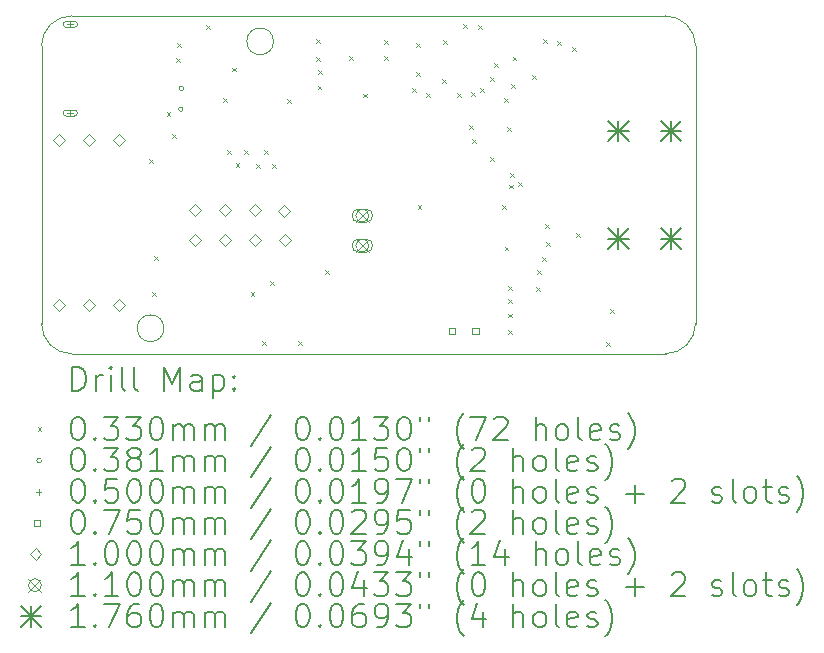
<source format=gbr>
%TF.GenerationSoftware,KiCad,Pcbnew,8.0.4*%
%TF.CreationDate,2025-03-23T22:29:44-04:00*%
%TF.ProjectId,wsg3.0,77736733-2e30-42e6-9b69-6361645f7063,rev?*%
%TF.SameCoordinates,Original*%
%TF.FileFunction,Drillmap*%
%TF.FilePolarity,Positive*%
%FSLAX45Y45*%
G04 Gerber Fmt 4.5, Leading zero omitted, Abs format (unit mm)*
G04 Created by KiCad (PCBNEW 8.0.4) date 2025-03-23 22:29:44*
%MOMM*%
%LPD*%
G01*
G04 APERTURE LIST*
%ADD10C,0.010000*%
%ADD11C,0.200000*%
%ADD12C,0.100000*%
%ADD13C,0.110000*%
%ADD14C,0.176000*%
G04 APERTURE END LIST*
D10*
X5283200Y0D02*
G75*
G02*
X5537200Y-254000I0J-254000D01*
G01*
X1964055Y-215913D02*
G75*
G02*
X1737995Y-215913I-113030J0D01*
G01*
X1737995Y-215913D02*
G75*
G02*
X1964055Y-215913I113030J0D01*
G01*
X254000Y-2860675D02*
X5283200Y-2860675D01*
X5537200Y-2606675D02*
G75*
G02*
X5283200Y-2860675I-254000J0D01*
G01*
X1036155Y-2644788D02*
G75*
G02*
X810095Y-2644788I-113030J0D01*
G01*
X810095Y-2644788D02*
G75*
G02*
X1036155Y-2644788I113030J0D01*
G01*
X5283200Y0D02*
X254000Y0D01*
X5537200Y-2606675D02*
X5537200Y-254000D01*
X0Y-254000D02*
G75*
G02*
X254000Y0I254000J0D01*
G01*
X254000Y-2860675D02*
G75*
G02*
X0Y-2606675I0J254000D01*
G01*
X0Y-254000D02*
X0Y-2606675D01*
D11*
D12*
X912490Y-1214490D02*
X945510Y-1247510D01*
X945510Y-1214490D02*
X912490Y-1247510D01*
X937490Y-2341490D02*
X970510Y-2374510D01*
X970510Y-2341490D02*
X937490Y-2374510D01*
X956490Y-2036490D02*
X989510Y-2069510D01*
X989510Y-2036490D02*
X956490Y-2069510D01*
X1058490Y-813490D02*
X1091510Y-846510D01*
X1091510Y-813490D02*
X1058490Y-846510D01*
X1108490Y-1003490D02*
X1141510Y-1036510D01*
X1141510Y-1003490D02*
X1108490Y-1036510D01*
X1142490Y-356490D02*
X1175510Y-389510D01*
X1175510Y-356490D02*
X1142490Y-389510D01*
X1150490Y-231490D02*
X1183510Y-264510D01*
X1183510Y-231490D02*
X1150490Y-264510D01*
X1392490Y-78490D02*
X1425510Y-111510D01*
X1425510Y-78490D02*
X1392490Y-111510D01*
X1539490Y-697490D02*
X1572510Y-730510D01*
X1572510Y-697490D02*
X1539490Y-730510D01*
X1569490Y-1136490D02*
X1602510Y-1169510D01*
X1602510Y-1136490D02*
X1569490Y-1169510D01*
X1614490Y-437490D02*
X1647510Y-470510D01*
X1647510Y-437490D02*
X1614490Y-470510D01*
X1642490Y-1243490D02*
X1675510Y-1276510D01*
X1675510Y-1243490D02*
X1642490Y-1276510D01*
X1713490Y-1136490D02*
X1746510Y-1169510D01*
X1746510Y-1136490D02*
X1713490Y-1169510D01*
X1769490Y-2338490D02*
X1802510Y-2371510D01*
X1802510Y-2338490D02*
X1769490Y-2371510D01*
X1813490Y-1256490D02*
X1846510Y-1289510D01*
X1846510Y-1256490D02*
X1813490Y-1289510D01*
X1870490Y-2753490D02*
X1903510Y-2786510D01*
X1903510Y-2753490D02*
X1870490Y-2786510D01*
X1886490Y-1138490D02*
X1919510Y-1171510D01*
X1919510Y-1138490D02*
X1886490Y-1171510D01*
X1937490Y-2242490D02*
X1970510Y-2275510D01*
X1970510Y-2242490D02*
X1937490Y-2275510D01*
X1953490Y-1251490D02*
X1986510Y-1284510D01*
X1986510Y-1251490D02*
X1953490Y-1284510D01*
X2078791Y-704895D02*
X2111811Y-737915D01*
X2111811Y-704895D02*
X2078791Y-737915D01*
X2171490Y-2756490D02*
X2204510Y-2789510D01*
X2204510Y-2756490D02*
X2171490Y-2789510D01*
X2322490Y-198490D02*
X2355510Y-231510D01*
X2355510Y-198490D02*
X2322490Y-231510D01*
X2327490Y-347490D02*
X2360510Y-380510D01*
X2360510Y-347490D02*
X2327490Y-380510D01*
X2337490Y-590150D02*
X2370510Y-623170D01*
X2370510Y-590150D02*
X2337490Y-623170D01*
X2343150Y-459490D02*
X2376170Y-492510D01*
X2376170Y-459490D02*
X2343150Y-492510D01*
X2397490Y-2148490D02*
X2430510Y-2181510D01*
X2430510Y-2148490D02*
X2397490Y-2181510D01*
X2603490Y-341990D02*
X2636510Y-375010D01*
X2636510Y-341990D02*
X2603490Y-375010D01*
X2719490Y-657830D02*
X2752510Y-690850D01*
X2752510Y-657830D02*
X2719490Y-690850D01*
X2898490Y-339490D02*
X2931510Y-372510D01*
X2931510Y-339490D02*
X2898490Y-372510D01*
X2899490Y-208490D02*
X2932510Y-241510D01*
X2932510Y-208490D02*
X2899490Y-241510D01*
X3138315Y-608786D02*
X3171335Y-641806D01*
X3171335Y-608786D02*
X3138315Y-641806D01*
X3171898Y-476042D02*
X3204918Y-509062D01*
X3204918Y-476042D02*
X3171898Y-509062D01*
X3174830Y-231490D02*
X3207850Y-264510D01*
X3207850Y-231490D02*
X3174830Y-264510D01*
X3183490Y-1602490D02*
X3216510Y-1635510D01*
X3216510Y-1602490D02*
X3183490Y-1635510D01*
X3256990Y-653990D02*
X3290010Y-687010D01*
X3290010Y-653990D02*
X3256990Y-687010D01*
X3391490Y-536490D02*
X3424510Y-569510D01*
X3424510Y-536490D02*
X3391490Y-569510D01*
X3399490Y-207490D02*
X3432510Y-240510D01*
X3432510Y-207490D02*
X3399490Y-240510D01*
X3514490Y-654490D02*
X3547510Y-687510D01*
X3547510Y-654490D02*
X3514490Y-687510D01*
X3568490Y-72490D02*
X3601510Y-105510D01*
X3601510Y-72490D02*
X3568490Y-105510D01*
X3621490Y-927490D02*
X3654510Y-960510D01*
X3654510Y-927490D02*
X3621490Y-960510D01*
X3636490Y-647490D02*
X3669510Y-680510D01*
X3669510Y-647490D02*
X3636490Y-680510D01*
X3645490Y-1041490D02*
X3678510Y-1074510D01*
X3678510Y-1041490D02*
X3645490Y-1074510D01*
X3695490Y-74490D02*
X3728510Y-107510D01*
X3728510Y-74490D02*
X3695490Y-107510D01*
X3711490Y-612490D02*
X3744510Y-645510D01*
X3744510Y-612490D02*
X3711490Y-645510D01*
X3798490Y-519490D02*
X3831510Y-552510D01*
X3831510Y-519490D02*
X3798490Y-552510D01*
X3799490Y-1197490D02*
X3832510Y-1230510D01*
X3832510Y-1197490D02*
X3799490Y-1230510D01*
X3832490Y-397180D02*
X3865510Y-430200D01*
X3865510Y-397180D02*
X3832490Y-430200D01*
X3901490Y-1603490D02*
X3934510Y-1636510D01*
X3934510Y-1603490D02*
X3901490Y-1636510D01*
X3918180Y-695490D02*
X3951200Y-728510D01*
X3951200Y-695490D02*
X3918180Y-728510D01*
X3920490Y-1953490D02*
X3953510Y-1986510D01*
X3953510Y-1953490D02*
X3920490Y-1986510D01*
X3944490Y-941490D02*
X3977510Y-974510D01*
X3977510Y-941490D02*
X3944490Y-974510D01*
X3947490Y-2286490D02*
X3980510Y-2319510D01*
X3980510Y-2286490D02*
X3947490Y-2319510D01*
X3948490Y-2659490D02*
X3981510Y-2692510D01*
X3981510Y-2659490D02*
X3948490Y-2692510D01*
X3949490Y-2520490D02*
X3982510Y-2553510D01*
X3982510Y-2520490D02*
X3949490Y-2553510D01*
X3953490Y-2398490D02*
X3986510Y-2431510D01*
X3986510Y-2398490D02*
X3953490Y-2431510D01*
X3957490Y-1428490D02*
X3990510Y-1461510D01*
X3990510Y-1428490D02*
X3957490Y-1461510D01*
X3964490Y-1330490D02*
X3997510Y-1363510D01*
X3997510Y-1330490D02*
X3964490Y-1363510D01*
X3974100Y-576490D02*
X4007120Y-609510D01*
X4007120Y-576490D02*
X3974100Y-609510D01*
X3988490Y-344490D02*
X4021510Y-377510D01*
X4021510Y-344490D02*
X3988490Y-377510D01*
X4037490Y-1409490D02*
X4070510Y-1442510D01*
X4070510Y-1409490D02*
X4037490Y-1442510D01*
X4155490Y-498490D02*
X4188510Y-531510D01*
X4188510Y-498490D02*
X4155490Y-531510D01*
X4186490Y-2294490D02*
X4219510Y-2327510D01*
X4219510Y-2294490D02*
X4186490Y-2327510D01*
X4193490Y-2155490D02*
X4226510Y-2188510D01*
X4226510Y-2155490D02*
X4193490Y-2188510D01*
X4238490Y-2042490D02*
X4271510Y-2075510D01*
X4271510Y-2042490D02*
X4238490Y-2075510D01*
X4245990Y-192990D02*
X4279010Y-226010D01*
X4279010Y-192990D02*
X4245990Y-226010D01*
X4261490Y-1759490D02*
X4294510Y-1792510D01*
X4294510Y-1759490D02*
X4261490Y-1792510D01*
X4275490Y-1914490D02*
X4308510Y-1947510D01*
X4308510Y-1914490D02*
X4275490Y-1947510D01*
X4364490Y-212490D02*
X4397510Y-245510D01*
X4397510Y-212490D02*
X4364490Y-245510D01*
X4489490Y-267490D02*
X4522510Y-300510D01*
X4522510Y-267490D02*
X4489490Y-300510D01*
X4526880Y-1841490D02*
X4559900Y-1874510D01*
X4559900Y-1841490D02*
X4526880Y-1874510D01*
X4778490Y-2762490D02*
X4811510Y-2795510D01*
X4811510Y-2762490D02*
X4778490Y-2795510D01*
X4814490Y-2484490D02*
X4847510Y-2517510D01*
X4847510Y-2484490D02*
X4814490Y-2517510D01*
X1199050Y-790000D02*
G75*
G02*
X1160950Y-790000I-19050J0D01*
G01*
X1160950Y-790000D02*
G75*
G02*
X1199050Y-790000I19050J0D01*
G01*
X1202349Y-613299D02*
G75*
G02*
X1164249Y-613299I-19050J0D01*
G01*
X1164249Y-613299D02*
G75*
G02*
X1202349Y-613299I19050J0D01*
G01*
X244000Y-47000D02*
X244000Y-97000D01*
X219000Y-72000D02*
X269000Y-72000D01*
X209000Y-97000D02*
X279000Y-97000D01*
X279000Y-47000D02*
G75*
G02*
X279000Y-97000I0J-25000D01*
G01*
X279000Y-47000D02*
X209000Y-47000D01*
X209000Y-47000D02*
G75*
G03*
X209000Y-97000I0J-25000D01*
G01*
X244000Y-797000D02*
X244000Y-847000D01*
X219000Y-822000D02*
X269000Y-822000D01*
X209000Y-847000D02*
X279000Y-847000D01*
X279000Y-797000D02*
G75*
G02*
X279000Y-847000I0J-25000D01*
G01*
X279000Y-797000D02*
X209000Y-797000D01*
X209000Y-797000D02*
G75*
G03*
X209000Y-847000I0J-25000D01*
G01*
X3500517Y-2693517D02*
X3500517Y-2640483D01*
X3447483Y-2640483D01*
X3447483Y-2693517D01*
X3500517Y-2693517D01*
X3700517Y-2693517D02*
X3700517Y-2640483D01*
X3647483Y-2640483D01*
X3647483Y-2693517D01*
X3700517Y-2693517D01*
X148000Y-1099000D02*
X198000Y-1049000D01*
X148000Y-999000D01*
X98000Y-1049000D01*
X148000Y-1099000D01*
X148000Y-2499000D02*
X198000Y-2449000D01*
X148000Y-2399000D01*
X98000Y-2449000D01*
X148000Y-2499000D01*
X402000Y-1099000D02*
X452000Y-1049000D01*
X402000Y-999000D01*
X352000Y-1049000D01*
X402000Y-1099000D01*
X402000Y-2499000D02*
X452000Y-2449000D01*
X402000Y-2399000D01*
X352000Y-2449000D01*
X402000Y-2499000D01*
X656000Y-1099000D02*
X706000Y-1049000D01*
X656000Y-999000D01*
X606000Y-1049000D01*
X656000Y-1099000D01*
X656000Y-2499000D02*
X706000Y-2449000D01*
X656000Y-2399000D01*
X606000Y-2449000D01*
X656000Y-2499000D01*
X1298850Y-1944840D02*
X1348850Y-1894840D01*
X1298850Y-1844840D01*
X1248850Y-1894840D01*
X1298850Y-1944840D01*
X1301650Y-1690840D02*
X1351650Y-1640840D01*
X1301650Y-1590840D01*
X1251650Y-1640840D01*
X1301650Y-1690840D01*
X1552850Y-1690840D02*
X1602850Y-1640840D01*
X1552850Y-1590840D01*
X1502850Y-1640840D01*
X1552850Y-1690840D01*
X1552850Y-1944840D02*
X1602850Y-1894840D01*
X1552850Y-1844840D01*
X1502850Y-1894840D01*
X1552850Y-1944840D01*
X1806850Y-1690840D02*
X1856850Y-1640840D01*
X1806850Y-1590840D01*
X1756850Y-1640840D01*
X1806850Y-1690840D01*
X1806850Y-1944840D02*
X1856850Y-1894840D01*
X1806850Y-1844840D01*
X1756850Y-1894840D01*
X1806850Y-1944840D01*
X2055170Y-1700100D02*
X2105170Y-1650100D01*
X2055170Y-1600100D01*
X2005170Y-1650100D01*
X2055170Y-1700100D01*
X2060850Y-1944840D02*
X2110850Y-1894840D01*
X2060850Y-1844840D01*
X2010850Y-1894840D01*
X2060850Y-1944840D01*
D13*
X2661170Y-1636640D02*
X2771170Y-1746640D01*
X2771170Y-1636640D02*
X2661170Y-1746640D01*
X2771170Y-1691640D02*
G75*
G02*
X2661170Y-1691640I-55000J0D01*
G01*
X2661170Y-1691640D02*
G75*
G02*
X2771170Y-1691640I55000J0D01*
G01*
D12*
X2683670Y-1746640D02*
X2748670Y-1746640D01*
X2748670Y-1636640D02*
G75*
G02*
X2748670Y-1746640I0J-55000D01*
G01*
X2748670Y-1636640D02*
X2683670Y-1636640D01*
X2683670Y-1636640D02*
G75*
G03*
X2683670Y-1746640I0J-55000D01*
G01*
D13*
X2661170Y-1890640D02*
X2771170Y-2000640D01*
X2771170Y-1890640D02*
X2661170Y-2000640D01*
X2771170Y-1945640D02*
G75*
G02*
X2661170Y-1945640I-55000J0D01*
G01*
X2661170Y-1945640D02*
G75*
G02*
X2771170Y-1945640I55000J0D01*
G01*
D12*
X2683670Y-2000640D02*
X2748670Y-2000640D01*
X2748670Y-1890640D02*
G75*
G02*
X2748670Y-2000640I0J-55000D01*
G01*
X2748670Y-1890640D02*
X2683670Y-1890640D01*
X2683670Y-1890640D02*
G75*
G03*
X2683670Y-2000640I0J-55000D01*
G01*
D14*
X4797000Y-887000D02*
X4973000Y-1063000D01*
X4973000Y-887000D02*
X4797000Y-1063000D01*
X4885000Y-887000D02*
X4885000Y-1063000D01*
X4797000Y-975000D02*
X4973000Y-975000D01*
X4797000Y-1799000D02*
X4973000Y-1975000D01*
X4973000Y-1799000D02*
X4797000Y-1975000D01*
X4885000Y-1799000D02*
X4885000Y-1975000D01*
X4797000Y-1887000D02*
X4973000Y-1887000D01*
X5242000Y-887000D02*
X5418000Y-1063000D01*
X5418000Y-887000D02*
X5242000Y-1063000D01*
X5330000Y-887000D02*
X5330000Y-1063000D01*
X5242000Y-975000D02*
X5418000Y-975000D01*
X5242000Y-1799000D02*
X5418000Y-1975000D01*
X5418000Y-1799000D02*
X5242000Y-1975000D01*
X5330000Y-1799000D02*
X5330000Y-1975000D01*
X5242000Y-1887000D02*
X5418000Y-1887000D01*
D11*
X260277Y-3172659D02*
X260277Y-2972659D01*
X260277Y-2972659D02*
X307896Y-2972659D01*
X307896Y-2972659D02*
X336467Y-2982183D01*
X336467Y-2982183D02*
X355515Y-3001230D01*
X355515Y-3001230D02*
X365039Y-3020278D01*
X365039Y-3020278D02*
X374562Y-3058373D01*
X374562Y-3058373D02*
X374562Y-3086944D01*
X374562Y-3086944D02*
X365039Y-3125040D01*
X365039Y-3125040D02*
X355515Y-3144087D01*
X355515Y-3144087D02*
X336467Y-3163135D01*
X336467Y-3163135D02*
X307896Y-3172659D01*
X307896Y-3172659D02*
X260277Y-3172659D01*
X460277Y-3172659D02*
X460277Y-3039325D01*
X460277Y-3077421D02*
X469801Y-3058373D01*
X469801Y-3058373D02*
X479324Y-3048849D01*
X479324Y-3048849D02*
X498372Y-3039325D01*
X498372Y-3039325D02*
X517420Y-3039325D01*
X584086Y-3172659D02*
X584086Y-3039325D01*
X584086Y-2972659D02*
X574563Y-2982183D01*
X574563Y-2982183D02*
X584086Y-2991706D01*
X584086Y-2991706D02*
X593610Y-2982183D01*
X593610Y-2982183D02*
X584086Y-2972659D01*
X584086Y-2972659D02*
X584086Y-2991706D01*
X707896Y-3172659D02*
X688848Y-3163135D01*
X688848Y-3163135D02*
X679324Y-3144087D01*
X679324Y-3144087D02*
X679324Y-2972659D01*
X812658Y-3172659D02*
X793610Y-3163135D01*
X793610Y-3163135D02*
X784086Y-3144087D01*
X784086Y-3144087D02*
X784086Y-2972659D01*
X1041229Y-3172659D02*
X1041229Y-2972659D01*
X1041229Y-2972659D02*
X1107896Y-3115516D01*
X1107896Y-3115516D02*
X1174563Y-2972659D01*
X1174563Y-2972659D02*
X1174563Y-3172659D01*
X1355515Y-3172659D02*
X1355515Y-3067897D01*
X1355515Y-3067897D02*
X1345991Y-3048849D01*
X1345991Y-3048849D02*
X1326944Y-3039325D01*
X1326944Y-3039325D02*
X1288848Y-3039325D01*
X1288848Y-3039325D02*
X1269801Y-3048849D01*
X1355515Y-3163135D02*
X1336467Y-3172659D01*
X1336467Y-3172659D02*
X1288848Y-3172659D01*
X1288848Y-3172659D02*
X1269801Y-3163135D01*
X1269801Y-3163135D02*
X1260277Y-3144087D01*
X1260277Y-3144087D02*
X1260277Y-3125040D01*
X1260277Y-3125040D02*
X1269801Y-3105992D01*
X1269801Y-3105992D02*
X1288848Y-3096468D01*
X1288848Y-3096468D02*
X1336467Y-3096468D01*
X1336467Y-3096468D02*
X1355515Y-3086944D01*
X1450753Y-3039325D02*
X1450753Y-3239325D01*
X1450753Y-3048849D02*
X1469801Y-3039325D01*
X1469801Y-3039325D02*
X1507896Y-3039325D01*
X1507896Y-3039325D02*
X1526943Y-3048849D01*
X1526943Y-3048849D02*
X1536467Y-3058373D01*
X1536467Y-3058373D02*
X1545991Y-3077421D01*
X1545991Y-3077421D02*
X1545991Y-3134563D01*
X1545991Y-3134563D02*
X1536467Y-3153611D01*
X1536467Y-3153611D02*
X1526943Y-3163135D01*
X1526943Y-3163135D02*
X1507896Y-3172659D01*
X1507896Y-3172659D02*
X1469801Y-3172659D01*
X1469801Y-3172659D02*
X1450753Y-3163135D01*
X1631705Y-3153611D02*
X1641229Y-3163135D01*
X1641229Y-3163135D02*
X1631705Y-3172659D01*
X1631705Y-3172659D02*
X1622182Y-3163135D01*
X1622182Y-3163135D02*
X1631705Y-3153611D01*
X1631705Y-3153611D02*
X1631705Y-3172659D01*
X1631705Y-3048849D02*
X1641229Y-3058373D01*
X1641229Y-3058373D02*
X1631705Y-3067897D01*
X1631705Y-3067897D02*
X1622182Y-3058373D01*
X1622182Y-3058373D02*
X1631705Y-3048849D01*
X1631705Y-3048849D02*
X1631705Y-3067897D01*
D12*
X-33520Y-3484665D02*
X-500Y-3517685D01*
X-500Y-3484665D02*
X-33520Y-3517685D01*
D11*
X298372Y-3392659D02*
X317420Y-3392659D01*
X317420Y-3392659D02*
X336467Y-3402183D01*
X336467Y-3402183D02*
X345991Y-3411706D01*
X345991Y-3411706D02*
X355515Y-3430754D01*
X355515Y-3430754D02*
X365039Y-3468849D01*
X365039Y-3468849D02*
X365039Y-3516468D01*
X365039Y-3516468D02*
X355515Y-3554563D01*
X355515Y-3554563D02*
X345991Y-3573611D01*
X345991Y-3573611D02*
X336467Y-3583135D01*
X336467Y-3583135D02*
X317420Y-3592659D01*
X317420Y-3592659D02*
X298372Y-3592659D01*
X298372Y-3592659D02*
X279324Y-3583135D01*
X279324Y-3583135D02*
X269801Y-3573611D01*
X269801Y-3573611D02*
X260277Y-3554563D01*
X260277Y-3554563D02*
X250753Y-3516468D01*
X250753Y-3516468D02*
X250753Y-3468849D01*
X250753Y-3468849D02*
X260277Y-3430754D01*
X260277Y-3430754D02*
X269801Y-3411706D01*
X269801Y-3411706D02*
X279324Y-3402183D01*
X279324Y-3402183D02*
X298372Y-3392659D01*
X450753Y-3573611D02*
X460277Y-3583135D01*
X460277Y-3583135D02*
X450753Y-3592659D01*
X450753Y-3592659D02*
X441229Y-3583135D01*
X441229Y-3583135D02*
X450753Y-3573611D01*
X450753Y-3573611D02*
X450753Y-3592659D01*
X526944Y-3392659D02*
X650753Y-3392659D01*
X650753Y-3392659D02*
X584086Y-3468849D01*
X584086Y-3468849D02*
X612658Y-3468849D01*
X612658Y-3468849D02*
X631705Y-3478373D01*
X631705Y-3478373D02*
X641229Y-3487897D01*
X641229Y-3487897D02*
X650753Y-3506944D01*
X650753Y-3506944D02*
X650753Y-3554563D01*
X650753Y-3554563D02*
X641229Y-3573611D01*
X641229Y-3573611D02*
X631705Y-3583135D01*
X631705Y-3583135D02*
X612658Y-3592659D01*
X612658Y-3592659D02*
X555515Y-3592659D01*
X555515Y-3592659D02*
X536467Y-3583135D01*
X536467Y-3583135D02*
X526944Y-3573611D01*
X717420Y-3392659D02*
X841229Y-3392659D01*
X841229Y-3392659D02*
X774562Y-3468849D01*
X774562Y-3468849D02*
X803134Y-3468849D01*
X803134Y-3468849D02*
X822182Y-3478373D01*
X822182Y-3478373D02*
X831705Y-3487897D01*
X831705Y-3487897D02*
X841229Y-3506944D01*
X841229Y-3506944D02*
X841229Y-3554563D01*
X841229Y-3554563D02*
X831705Y-3573611D01*
X831705Y-3573611D02*
X822182Y-3583135D01*
X822182Y-3583135D02*
X803134Y-3592659D01*
X803134Y-3592659D02*
X745991Y-3592659D01*
X745991Y-3592659D02*
X726943Y-3583135D01*
X726943Y-3583135D02*
X717420Y-3573611D01*
X965039Y-3392659D02*
X984086Y-3392659D01*
X984086Y-3392659D02*
X1003134Y-3402183D01*
X1003134Y-3402183D02*
X1012658Y-3411706D01*
X1012658Y-3411706D02*
X1022182Y-3430754D01*
X1022182Y-3430754D02*
X1031705Y-3468849D01*
X1031705Y-3468849D02*
X1031705Y-3516468D01*
X1031705Y-3516468D02*
X1022182Y-3554563D01*
X1022182Y-3554563D02*
X1012658Y-3573611D01*
X1012658Y-3573611D02*
X1003134Y-3583135D01*
X1003134Y-3583135D02*
X984086Y-3592659D01*
X984086Y-3592659D02*
X965039Y-3592659D01*
X965039Y-3592659D02*
X945991Y-3583135D01*
X945991Y-3583135D02*
X936467Y-3573611D01*
X936467Y-3573611D02*
X926943Y-3554563D01*
X926943Y-3554563D02*
X917420Y-3516468D01*
X917420Y-3516468D02*
X917420Y-3468849D01*
X917420Y-3468849D02*
X926943Y-3430754D01*
X926943Y-3430754D02*
X936467Y-3411706D01*
X936467Y-3411706D02*
X945991Y-3402183D01*
X945991Y-3402183D02*
X965039Y-3392659D01*
X1117420Y-3592659D02*
X1117420Y-3459325D01*
X1117420Y-3478373D02*
X1126944Y-3468849D01*
X1126944Y-3468849D02*
X1145991Y-3459325D01*
X1145991Y-3459325D02*
X1174563Y-3459325D01*
X1174563Y-3459325D02*
X1193610Y-3468849D01*
X1193610Y-3468849D02*
X1203134Y-3487897D01*
X1203134Y-3487897D02*
X1203134Y-3592659D01*
X1203134Y-3487897D02*
X1212658Y-3468849D01*
X1212658Y-3468849D02*
X1231705Y-3459325D01*
X1231705Y-3459325D02*
X1260277Y-3459325D01*
X1260277Y-3459325D02*
X1279325Y-3468849D01*
X1279325Y-3468849D02*
X1288848Y-3487897D01*
X1288848Y-3487897D02*
X1288848Y-3592659D01*
X1384086Y-3592659D02*
X1384086Y-3459325D01*
X1384086Y-3478373D02*
X1393610Y-3468849D01*
X1393610Y-3468849D02*
X1412658Y-3459325D01*
X1412658Y-3459325D02*
X1441229Y-3459325D01*
X1441229Y-3459325D02*
X1460277Y-3468849D01*
X1460277Y-3468849D02*
X1469801Y-3487897D01*
X1469801Y-3487897D02*
X1469801Y-3592659D01*
X1469801Y-3487897D02*
X1479324Y-3468849D01*
X1479324Y-3468849D02*
X1498372Y-3459325D01*
X1498372Y-3459325D02*
X1526943Y-3459325D01*
X1526943Y-3459325D02*
X1545991Y-3468849D01*
X1545991Y-3468849D02*
X1555515Y-3487897D01*
X1555515Y-3487897D02*
X1555515Y-3592659D01*
X1945991Y-3383135D02*
X1774563Y-3640278D01*
X2203134Y-3392659D02*
X2222182Y-3392659D01*
X2222182Y-3392659D02*
X2241229Y-3402183D01*
X2241229Y-3402183D02*
X2250753Y-3411706D01*
X2250753Y-3411706D02*
X2260277Y-3430754D01*
X2260277Y-3430754D02*
X2269801Y-3468849D01*
X2269801Y-3468849D02*
X2269801Y-3516468D01*
X2269801Y-3516468D02*
X2260277Y-3554563D01*
X2260277Y-3554563D02*
X2250753Y-3573611D01*
X2250753Y-3573611D02*
X2241229Y-3583135D01*
X2241229Y-3583135D02*
X2222182Y-3592659D01*
X2222182Y-3592659D02*
X2203134Y-3592659D01*
X2203134Y-3592659D02*
X2184087Y-3583135D01*
X2184087Y-3583135D02*
X2174563Y-3573611D01*
X2174563Y-3573611D02*
X2165039Y-3554563D01*
X2165039Y-3554563D02*
X2155515Y-3516468D01*
X2155515Y-3516468D02*
X2155515Y-3468849D01*
X2155515Y-3468849D02*
X2165039Y-3430754D01*
X2165039Y-3430754D02*
X2174563Y-3411706D01*
X2174563Y-3411706D02*
X2184087Y-3402183D01*
X2184087Y-3402183D02*
X2203134Y-3392659D01*
X2355515Y-3573611D02*
X2365039Y-3583135D01*
X2365039Y-3583135D02*
X2355515Y-3592659D01*
X2355515Y-3592659D02*
X2345991Y-3583135D01*
X2345991Y-3583135D02*
X2355515Y-3573611D01*
X2355515Y-3573611D02*
X2355515Y-3592659D01*
X2488848Y-3392659D02*
X2507896Y-3392659D01*
X2507896Y-3392659D02*
X2526944Y-3402183D01*
X2526944Y-3402183D02*
X2536468Y-3411706D01*
X2536468Y-3411706D02*
X2545991Y-3430754D01*
X2545991Y-3430754D02*
X2555515Y-3468849D01*
X2555515Y-3468849D02*
X2555515Y-3516468D01*
X2555515Y-3516468D02*
X2545991Y-3554563D01*
X2545991Y-3554563D02*
X2536468Y-3573611D01*
X2536468Y-3573611D02*
X2526944Y-3583135D01*
X2526944Y-3583135D02*
X2507896Y-3592659D01*
X2507896Y-3592659D02*
X2488848Y-3592659D01*
X2488848Y-3592659D02*
X2469801Y-3583135D01*
X2469801Y-3583135D02*
X2460277Y-3573611D01*
X2460277Y-3573611D02*
X2450753Y-3554563D01*
X2450753Y-3554563D02*
X2441229Y-3516468D01*
X2441229Y-3516468D02*
X2441229Y-3468849D01*
X2441229Y-3468849D02*
X2450753Y-3430754D01*
X2450753Y-3430754D02*
X2460277Y-3411706D01*
X2460277Y-3411706D02*
X2469801Y-3402183D01*
X2469801Y-3402183D02*
X2488848Y-3392659D01*
X2745991Y-3592659D02*
X2631706Y-3592659D01*
X2688848Y-3592659D02*
X2688848Y-3392659D01*
X2688848Y-3392659D02*
X2669801Y-3421230D01*
X2669801Y-3421230D02*
X2650753Y-3440278D01*
X2650753Y-3440278D02*
X2631706Y-3449802D01*
X2812658Y-3392659D02*
X2936467Y-3392659D01*
X2936467Y-3392659D02*
X2869801Y-3468849D01*
X2869801Y-3468849D02*
X2898372Y-3468849D01*
X2898372Y-3468849D02*
X2917420Y-3478373D01*
X2917420Y-3478373D02*
X2926944Y-3487897D01*
X2926944Y-3487897D02*
X2936467Y-3506944D01*
X2936467Y-3506944D02*
X2936467Y-3554563D01*
X2936467Y-3554563D02*
X2926944Y-3573611D01*
X2926944Y-3573611D02*
X2917420Y-3583135D01*
X2917420Y-3583135D02*
X2898372Y-3592659D01*
X2898372Y-3592659D02*
X2841229Y-3592659D01*
X2841229Y-3592659D02*
X2822182Y-3583135D01*
X2822182Y-3583135D02*
X2812658Y-3573611D01*
X3060277Y-3392659D02*
X3079325Y-3392659D01*
X3079325Y-3392659D02*
X3098372Y-3402183D01*
X3098372Y-3402183D02*
X3107896Y-3411706D01*
X3107896Y-3411706D02*
X3117420Y-3430754D01*
X3117420Y-3430754D02*
X3126944Y-3468849D01*
X3126944Y-3468849D02*
X3126944Y-3516468D01*
X3126944Y-3516468D02*
X3117420Y-3554563D01*
X3117420Y-3554563D02*
X3107896Y-3573611D01*
X3107896Y-3573611D02*
X3098372Y-3583135D01*
X3098372Y-3583135D02*
X3079325Y-3592659D01*
X3079325Y-3592659D02*
X3060277Y-3592659D01*
X3060277Y-3592659D02*
X3041229Y-3583135D01*
X3041229Y-3583135D02*
X3031706Y-3573611D01*
X3031706Y-3573611D02*
X3022182Y-3554563D01*
X3022182Y-3554563D02*
X3012658Y-3516468D01*
X3012658Y-3516468D02*
X3012658Y-3468849D01*
X3012658Y-3468849D02*
X3022182Y-3430754D01*
X3022182Y-3430754D02*
X3031706Y-3411706D01*
X3031706Y-3411706D02*
X3041229Y-3402183D01*
X3041229Y-3402183D02*
X3060277Y-3392659D01*
X3203134Y-3392659D02*
X3203134Y-3430754D01*
X3279325Y-3392659D02*
X3279325Y-3430754D01*
X3574563Y-3668849D02*
X3565039Y-3659325D01*
X3565039Y-3659325D02*
X3545991Y-3630754D01*
X3545991Y-3630754D02*
X3536468Y-3611706D01*
X3536468Y-3611706D02*
X3526944Y-3583135D01*
X3526944Y-3583135D02*
X3517420Y-3535516D01*
X3517420Y-3535516D02*
X3517420Y-3497421D01*
X3517420Y-3497421D02*
X3526944Y-3449802D01*
X3526944Y-3449802D02*
X3536468Y-3421230D01*
X3536468Y-3421230D02*
X3545991Y-3402183D01*
X3545991Y-3402183D02*
X3565039Y-3373611D01*
X3565039Y-3373611D02*
X3574563Y-3364087D01*
X3631706Y-3392659D02*
X3765039Y-3392659D01*
X3765039Y-3392659D02*
X3679325Y-3592659D01*
X3831706Y-3411706D02*
X3841229Y-3402183D01*
X3841229Y-3402183D02*
X3860277Y-3392659D01*
X3860277Y-3392659D02*
X3907896Y-3392659D01*
X3907896Y-3392659D02*
X3926944Y-3402183D01*
X3926944Y-3402183D02*
X3936468Y-3411706D01*
X3936468Y-3411706D02*
X3945991Y-3430754D01*
X3945991Y-3430754D02*
X3945991Y-3449802D01*
X3945991Y-3449802D02*
X3936468Y-3478373D01*
X3936468Y-3478373D02*
X3822182Y-3592659D01*
X3822182Y-3592659D02*
X3945991Y-3592659D01*
X4184087Y-3592659D02*
X4184087Y-3392659D01*
X4269801Y-3592659D02*
X4269801Y-3487897D01*
X4269801Y-3487897D02*
X4260277Y-3468849D01*
X4260277Y-3468849D02*
X4241230Y-3459325D01*
X4241230Y-3459325D02*
X4212658Y-3459325D01*
X4212658Y-3459325D02*
X4193610Y-3468849D01*
X4193610Y-3468849D02*
X4184087Y-3478373D01*
X4393611Y-3592659D02*
X4374563Y-3583135D01*
X4374563Y-3583135D02*
X4365039Y-3573611D01*
X4365039Y-3573611D02*
X4355515Y-3554563D01*
X4355515Y-3554563D02*
X4355515Y-3497421D01*
X4355515Y-3497421D02*
X4365039Y-3478373D01*
X4365039Y-3478373D02*
X4374563Y-3468849D01*
X4374563Y-3468849D02*
X4393611Y-3459325D01*
X4393611Y-3459325D02*
X4422182Y-3459325D01*
X4422182Y-3459325D02*
X4441230Y-3468849D01*
X4441230Y-3468849D02*
X4450753Y-3478373D01*
X4450753Y-3478373D02*
X4460277Y-3497421D01*
X4460277Y-3497421D02*
X4460277Y-3554563D01*
X4460277Y-3554563D02*
X4450753Y-3573611D01*
X4450753Y-3573611D02*
X4441230Y-3583135D01*
X4441230Y-3583135D02*
X4422182Y-3592659D01*
X4422182Y-3592659D02*
X4393611Y-3592659D01*
X4574563Y-3592659D02*
X4555515Y-3583135D01*
X4555515Y-3583135D02*
X4545992Y-3564087D01*
X4545992Y-3564087D02*
X4545992Y-3392659D01*
X4726944Y-3583135D02*
X4707896Y-3592659D01*
X4707896Y-3592659D02*
X4669801Y-3592659D01*
X4669801Y-3592659D02*
X4650753Y-3583135D01*
X4650753Y-3583135D02*
X4641230Y-3564087D01*
X4641230Y-3564087D02*
X4641230Y-3487897D01*
X4641230Y-3487897D02*
X4650753Y-3468849D01*
X4650753Y-3468849D02*
X4669801Y-3459325D01*
X4669801Y-3459325D02*
X4707896Y-3459325D01*
X4707896Y-3459325D02*
X4726944Y-3468849D01*
X4726944Y-3468849D02*
X4736468Y-3487897D01*
X4736468Y-3487897D02*
X4736468Y-3506944D01*
X4736468Y-3506944D02*
X4641230Y-3525992D01*
X4812658Y-3583135D02*
X4831706Y-3592659D01*
X4831706Y-3592659D02*
X4869801Y-3592659D01*
X4869801Y-3592659D02*
X4888849Y-3583135D01*
X4888849Y-3583135D02*
X4898373Y-3564087D01*
X4898373Y-3564087D02*
X4898373Y-3554563D01*
X4898373Y-3554563D02*
X4888849Y-3535516D01*
X4888849Y-3535516D02*
X4869801Y-3525992D01*
X4869801Y-3525992D02*
X4841230Y-3525992D01*
X4841230Y-3525992D02*
X4822182Y-3516468D01*
X4822182Y-3516468D02*
X4812658Y-3497421D01*
X4812658Y-3497421D02*
X4812658Y-3487897D01*
X4812658Y-3487897D02*
X4822182Y-3468849D01*
X4822182Y-3468849D02*
X4841230Y-3459325D01*
X4841230Y-3459325D02*
X4869801Y-3459325D01*
X4869801Y-3459325D02*
X4888849Y-3468849D01*
X4965039Y-3668849D02*
X4974563Y-3659325D01*
X4974563Y-3659325D02*
X4993611Y-3630754D01*
X4993611Y-3630754D02*
X5003134Y-3611706D01*
X5003134Y-3611706D02*
X5012658Y-3583135D01*
X5012658Y-3583135D02*
X5022182Y-3535516D01*
X5022182Y-3535516D02*
X5022182Y-3497421D01*
X5022182Y-3497421D02*
X5012658Y-3449802D01*
X5012658Y-3449802D02*
X5003134Y-3421230D01*
X5003134Y-3421230D02*
X4993611Y-3402183D01*
X4993611Y-3402183D02*
X4974563Y-3373611D01*
X4974563Y-3373611D02*
X4965039Y-3364087D01*
D12*
X-500Y-3765175D02*
G75*
G02*
X-38600Y-3765175I-19050J0D01*
G01*
X-38600Y-3765175D02*
G75*
G02*
X-500Y-3765175I19050J0D01*
G01*
D11*
X298372Y-3656659D02*
X317420Y-3656659D01*
X317420Y-3656659D02*
X336467Y-3666183D01*
X336467Y-3666183D02*
X345991Y-3675706D01*
X345991Y-3675706D02*
X355515Y-3694754D01*
X355515Y-3694754D02*
X365039Y-3732849D01*
X365039Y-3732849D02*
X365039Y-3780468D01*
X365039Y-3780468D02*
X355515Y-3818563D01*
X355515Y-3818563D02*
X345991Y-3837611D01*
X345991Y-3837611D02*
X336467Y-3847135D01*
X336467Y-3847135D02*
X317420Y-3856659D01*
X317420Y-3856659D02*
X298372Y-3856659D01*
X298372Y-3856659D02*
X279324Y-3847135D01*
X279324Y-3847135D02*
X269801Y-3837611D01*
X269801Y-3837611D02*
X260277Y-3818563D01*
X260277Y-3818563D02*
X250753Y-3780468D01*
X250753Y-3780468D02*
X250753Y-3732849D01*
X250753Y-3732849D02*
X260277Y-3694754D01*
X260277Y-3694754D02*
X269801Y-3675706D01*
X269801Y-3675706D02*
X279324Y-3666183D01*
X279324Y-3666183D02*
X298372Y-3656659D01*
X450753Y-3837611D02*
X460277Y-3847135D01*
X460277Y-3847135D02*
X450753Y-3856659D01*
X450753Y-3856659D02*
X441229Y-3847135D01*
X441229Y-3847135D02*
X450753Y-3837611D01*
X450753Y-3837611D02*
X450753Y-3856659D01*
X526944Y-3656659D02*
X650753Y-3656659D01*
X650753Y-3656659D02*
X584086Y-3732849D01*
X584086Y-3732849D02*
X612658Y-3732849D01*
X612658Y-3732849D02*
X631705Y-3742373D01*
X631705Y-3742373D02*
X641229Y-3751897D01*
X641229Y-3751897D02*
X650753Y-3770944D01*
X650753Y-3770944D02*
X650753Y-3818563D01*
X650753Y-3818563D02*
X641229Y-3837611D01*
X641229Y-3837611D02*
X631705Y-3847135D01*
X631705Y-3847135D02*
X612658Y-3856659D01*
X612658Y-3856659D02*
X555515Y-3856659D01*
X555515Y-3856659D02*
X536467Y-3847135D01*
X536467Y-3847135D02*
X526944Y-3837611D01*
X765039Y-3742373D02*
X745991Y-3732849D01*
X745991Y-3732849D02*
X736467Y-3723325D01*
X736467Y-3723325D02*
X726943Y-3704278D01*
X726943Y-3704278D02*
X726943Y-3694754D01*
X726943Y-3694754D02*
X736467Y-3675706D01*
X736467Y-3675706D02*
X745991Y-3666183D01*
X745991Y-3666183D02*
X765039Y-3656659D01*
X765039Y-3656659D02*
X803134Y-3656659D01*
X803134Y-3656659D02*
X822182Y-3666183D01*
X822182Y-3666183D02*
X831705Y-3675706D01*
X831705Y-3675706D02*
X841229Y-3694754D01*
X841229Y-3694754D02*
X841229Y-3704278D01*
X841229Y-3704278D02*
X831705Y-3723325D01*
X831705Y-3723325D02*
X822182Y-3732849D01*
X822182Y-3732849D02*
X803134Y-3742373D01*
X803134Y-3742373D02*
X765039Y-3742373D01*
X765039Y-3742373D02*
X745991Y-3751897D01*
X745991Y-3751897D02*
X736467Y-3761421D01*
X736467Y-3761421D02*
X726943Y-3780468D01*
X726943Y-3780468D02*
X726943Y-3818563D01*
X726943Y-3818563D02*
X736467Y-3837611D01*
X736467Y-3837611D02*
X745991Y-3847135D01*
X745991Y-3847135D02*
X765039Y-3856659D01*
X765039Y-3856659D02*
X803134Y-3856659D01*
X803134Y-3856659D02*
X822182Y-3847135D01*
X822182Y-3847135D02*
X831705Y-3837611D01*
X831705Y-3837611D02*
X841229Y-3818563D01*
X841229Y-3818563D02*
X841229Y-3780468D01*
X841229Y-3780468D02*
X831705Y-3761421D01*
X831705Y-3761421D02*
X822182Y-3751897D01*
X822182Y-3751897D02*
X803134Y-3742373D01*
X1031705Y-3856659D02*
X917420Y-3856659D01*
X974562Y-3856659D02*
X974562Y-3656659D01*
X974562Y-3656659D02*
X955515Y-3685230D01*
X955515Y-3685230D02*
X936467Y-3704278D01*
X936467Y-3704278D02*
X917420Y-3713802D01*
X1117420Y-3856659D02*
X1117420Y-3723325D01*
X1117420Y-3742373D02*
X1126944Y-3732849D01*
X1126944Y-3732849D02*
X1145991Y-3723325D01*
X1145991Y-3723325D02*
X1174563Y-3723325D01*
X1174563Y-3723325D02*
X1193610Y-3732849D01*
X1193610Y-3732849D02*
X1203134Y-3751897D01*
X1203134Y-3751897D02*
X1203134Y-3856659D01*
X1203134Y-3751897D02*
X1212658Y-3732849D01*
X1212658Y-3732849D02*
X1231705Y-3723325D01*
X1231705Y-3723325D02*
X1260277Y-3723325D01*
X1260277Y-3723325D02*
X1279325Y-3732849D01*
X1279325Y-3732849D02*
X1288848Y-3751897D01*
X1288848Y-3751897D02*
X1288848Y-3856659D01*
X1384086Y-3856659D02*
X1384086Y-3723325D01*
X1384086Y-3742373D02*
X1393610Y-3732849D01*
X1393610Y-3732849D02*
X1412658Y-3723325D01*
X1412658Y-3723325D02*
X1441229Y-3723325D01*
X1441229Y-3723325D02*
X1460277Y-3732849D01*
X1460277Y-3732849D02*
X1469801Y-3751897D01*
X1469801Y-3751897D02*
X1469801Y-3856659D01*
X1469801Y-3751897D02*
X1479324Y-3732849D01*
X1479324Y-3732849D02*
X1498372Y-3723325D01*
X1498372Y-3723325D02*
X1526943Y-3723325D01*
X1526943Y-3723325D02*
X1545991Y-3732849D01*
X1545991Y-3732849D02*
X1555515Y-3751897D01*
X1555515Y-3751897D02*
X1555515Y-3856659D01*
X1945991Y-3647135D02*
X1774563Y-3904278D01*
X2203134Y-3656659D02*
X2222182Y-3656659D01*
X2222182Y-3656659D02*
X2241229Y-3666183D01*
X2241229Y-3666183D02*
X2250753Y-3675706D01*
X2250753Y-3675706D02*
X2260277Y-3694754D01*
X2260277Y-3694754D02*
X2269801Y-3732849D01*
X2269801Y-3732849D02*
X2269801Y-3780468D01*
X2269801Y-3780468D02*
X2260277Y-3818563D01*
X2260277Y-3818563D02*
X2250753Y-3837611D01*
X2250753Y-3837611D02*
X2241229Y-3847135D01*
X2241229Y-3847135D02*
X2222182Y-3856659D01*
X2222182Y-3856659D02*
X2203134Y-3856659D01*
X2203134Y-3856659D02*
X2184087Y-3847135D01*
X2184087Y-3847135D02*
X2174563Y-3837611D01*
X2174563Y-3837611D02*
X2165039Y-3818563D01*
X2165039Y-3818563D02*
X2155515Y-3780468D01*
X2155515Y-3780468D02*
X2155515Y-3732849D01*
X2155515Y-3732849D02*
X2165039Y-3694754D01*
X2165039Y-3694754D02*
X2174563Y-3675706D01*
X2174563Y-3675706D02*
X2184087Y-3666183D01*
X2184087Y-3666183D02*
X2203134Y-3656659D01*
X2355515Y-3837611D02*
X2365039Y-3847135D01*
X2365039Y-3847135D02*
X2355515Y-3856659D01*
X2355515Y-3856659D02*
X2345991Y-3847135D01*
X2345991Y-3847135D02*
X2355515Y-3837611D01*
X2355515Y-3837611D02*
X2355515Y-3856659D01*
X2488848Y-3656659D02*
X2507896Y-3656659D01*
X2507896Y-3656659D02*
X2526944Y-3666183D01*
X2526944Y-3666183D02*
X2536468Y-3675706D01*
X2536468Y-3675706D02*
X2545991Y-3694754D01*
X2545991Y-3694754D02*
X2555515Y-3732849D01*
X2555515Y-3732849D02*
X2555515Y-3780468D01*
X2555515Y-3780468D02*
X2545991Y-3818563D01*
X2545991Y-3818563D02*
X2536468Y-3837611D01*
X2536468Y-3837611D02*
X2526944Y-3847135D01*
X2526944Y-3847135D02*
X2507896Y-3856659D01*
X2507896Y-3856659D02*
X2488848Y-3856659D01*
X2488848Y-3856659D02*
X2469801Y-3847135D01*
X2469801Y-3847135D02*
X2460277Y-3837611D01*
X2460277Y-3837611D02*
X2450753Y-3818563D01*
X2450753Y-3818563D02*
X2441229Y-3780468D01*
X2441229Y-3780468D02*
X2441229Y-3732849D01*
X2441229Y-3732849D02*
X2450753Y-3694754D01*
X2450753Y-3694754D02*
X2460277Y-3675706D01*
X2460277Y-3675706D02*
X2469801Y-3666183D01*
X2469801Y-3666183D02*
X2488848Y-3656659D01*
X2745991Y-3856659D02*
X2631706Y-3856659D01*
X2688848Y-3856659D02*
X2688848Y-3656659D01*
X2688848Y-3656659D02*
X2669801Y-3685230D01*
X2669801Y-3685230D02*
X2650753Y-3704278D01*
X2650753Y-3704278D02*
X2631706Y-3713802D01*
X2926944Y-3656659D02*
X2831706Y-3656659D01*
X2831706Y-3656659D02*
X2822182Y-3751897D01*
X2822182Y-3751897D02*
X2831706Y-3742373D01*
X2831706Y-3742373D02*
X2850753Y-3732849D01*
X2850753Y-3732849D02*
X2898372Y-3732849D01*
X2898372Y-3732849D02*
X2917420Y-3742373D01*
X2917420Y-3742373D02*
X2926944Y-3751897D01*
X2926944Y-3751897D02*
X2936467Y-3770944D01*
X2936467Y-3770944D02*
X2936467Y-3818563D01*
X2936467Y-3818563D02*
X2926944Y-3837611D01*
X2926944Y-3837611D02*
X2917420Y-3847135D01*
X2917420Y-3847135D02*
X2898372Y-3856659D01*
X2898372Y-3856659D02*
X2850753Y-3856659D01*
X2850753Y-3856659D02*
X2831706Y-3847135D01*
X2831706Y-3847135D02*
X2822182Y-3837611D01*
X3060277Y-3656659D02*
X3079325Y-3656659D01*
X3079325Y-3656659D02*
X3098372Y-3666183D01*
X3098372Y-3666183D02*
X3107896Y-3675706D01*
X3107896Y-3675706D02*
X3117420Y-3694754D01*
X3117420Y-3694754D02*
X3126944Y-3732849D01*
X3126944Y-3732849D02*
X3126944Y-3780468D01*
X3126944Y-3780468D02*
X3117420Y-3818563D01*
X3117420Y-3818563D02*
X3107896Y-3837611D01*
X3107896Y-3837611D02*
X3098372Y-3847135D01*
X3098372Y-3847135D02*
X3079325Y-3856659D01*
X3079325Y-3856659D02*
X3060277Y-3856659D01*
X3060277Y-3856659D02*
X3041229Y-3847135D01*
X3041229Y-3847135D02*
X3031706Y-3837611D01*
X3031706Y-3837611D02*
X3022182Y-3818563D01*
X3022182Y-3818563D02*
X3012658Y-3780468D01*
X3012658Y-3780468D02*
X3012658Y-3732849D01*
X3012658Y-3732849D02*
X3022182Y-3694754D01*
X3022182Y-3694754D02*
X3031706Y-3675706D01*
X3031706Y-3675706D02*
X3041229Y-3666183D01*
X3041229Y-3666183D02*
X3060277Y-3656659D01*
X3203134Y-3656659D02*
X3203134Y-3694754D01*
X3279325Y-3656659D02*
X3279325Y-3694754D01*
X3574563Y-3932849D02*
X3565039Y-3923325D01*
X3565039Y-3923325D02*
X3545991Y-3894754D01*
X3545991Y-3894754D02*
X3536468Y-3875706D01*
X3536468Y-3875706D02*
X3526944Y-3847135D01*
X3526944Y-3847135D02*
X3517420Y-3799516D01*
X3517420Y-3799516D02*
X3517420Y-3761421D01*
X3517420Y-3761421D02*
X3526944Y-3713802D01*
X3526944Y-3713802D02*
X3536468Y-3685230D01*
X3536468Y-3685230D02*
X3545991Y-3666183D01*
X3545991Y-3666183D02*
X3565039Y-3637611D01*
X3565039Y-3637611D02*
X3574563Y-3628087D01*
X3641229Y-3675706D02*
X3650753Y-3666183D01*
X3650753Y-3666183D02*
X3669801Y-3656659D01*
X3669801Y-3656659D02*
X3717420Y-3656659D01*
X3717420Y-3656659D02*
X3736468Y-3666183D01*
X3736468Y-3666183D02*
X3745991Y-3675706D01*
X3745991Y-3675706D02*
X3755515Y-3694754D01*
X3755515Y-3694754D02*
X3755515Y-3713802D01*
X3755515Y-3713802D02*
X3745991Y-3742373D01*
X3745991Y-3742373D02*
X3631706Y-3856659D01*
X3631706Y-3856659D02*
X3755515Y-3856659D01*
X3993610Y-3856659D02*
X3993610Y-3656659D01*
X4079325Y-3856659D02*
X4079325Y-3751897D01*
X4079325Y-3751897D02*
X4069801Y-3732849D01*
X4069801Y-3732849D02*
X4050753Y-3723325D01*
X4050753Y-3723325D02*
X4022182Y-3723325D01*
X4022182Y-3723325D02*
X4003134Y-3732849D01*
X4003134Y-3732849D02*
X3993610Y-3742373D01*
X4203134Y-3856659D02*
X4184087Y-3847135D01*
X4184087Y-3847135D02*
X4174563Y-3837611D01*
X4174563Y-3837611D02*
X4165039Y-3818563D01*
X4165039Y-3818563D02*
X4165039Y-3761421D01*
X4165039Y-3761421D02*
X4174563Y-3742373D01*
X4174563Y-3742373D02*
X4184087Y-3732849D01*
X4184087Y-3732849D02*
X4203134Y-3723325D01*
X4203134Y-3723325D02*
X4231706Y-3723325D01*
X4231706Y-3723325D02*
X4250753Y-3732849D01*
X4250753Y-3732849D02*
X4260277Y-3742373D01*
X4260277Y-3742373D02*
X4269801Y-3761421D01*
X4269801Y-3761421D02*
X4269801Y-3818563D01*
X4269801Y-3818563D02*
X4260277Y-3837611D01*
X4260277Y-3837611D02*
X4250753Y-3847135D01*
X4250753Y-3847135D02*
X4231706Y-3856659D01*
X4231706Y-3856659D02*
X4203134Y-3856659D01*
X4384087Y-3856659D02*
X4365039Y-3847135D01*
X4365039Y-3847135D02*
X4355515Y-3828087D01*
X4355515Y-3828087D02*
X4355515Y-3656659D01*
X4536468Y-3847135D02*
X4517420Y-3856659D01*
X4517420Y-3856659D02*
X4479325Y-3856659D01*
X4479325Y-3856659D02*
X4460277Y-3847135D01*
X4460277Y-3847135D02*
X4450753Y-3828087D01*
X4450753Y-3828087D02*
X4450753Y-3751897D01*
X4450753Y-3751897D02*
X4460277Y-3732849D01*
X4460277Y-3732849D02*
X4479325Y-3723325D01*
X4479325Y-3723325D02*
X4517420Y-3723325D01*
X4517420Y-3723325D02*
X4536468Y-3732849D01*
X4536468Y-3732849D02*
X4545992Y-3751897D01*
X4545992Y-3751897D02*
X4545992Y-3770944D01*
X4545992Y-3770944D02*
X4450753Y-3789992D01*
X4622182Y-3847135D02*
X4641230Y-3856659D01*
X4641230Y-3856659D02*
X4679325Y-3856659D01*
X4679325Y-3856659D02*
X4698373Y-3847135D01*
X4698373Y-3847135D02*
X4707896Y-3828087D01*
X4707896Y-3828087D02*
X4707896Y-3818563D01*
X4707896Y-3818563D02*
X4698373Y-3799516D01*
X4698373Y-3799516D02*
X4679325Y-3789992D01*
X4679325Y-3789992D02*
X4650753Y-3789992D01*
X4650753Y-3789992D02*
X4631706Y-3780468D01*
X4631706Y-3780468D02*
X4622182Y-3761421D01*
X4622182Y-3761421D02*
X4622182Y-3751897D01*
X4622182Y-3751897D02*
X4631706Y-3732849D01*
X4631706Y-3732849D02*
X4650753Y-3723325D01*
X4650753Y-3723325D02*
X4679325Y-3723325D01*
X4679325Y-3723325D02*
X4698373Y-3732849D01*
X4774563Y-3932849D02*
X4784087Y-3923325D01*
X4784087Y-3923325D02*
X4803134Y-3894754D01*
X4803134Y-3894754D02*
X4812658Y-3875706D01*
X4812658Y-3875706D02*
X4822182Y-3847135D01*
X4822182Y-3847135D02*
X4831706Y-3799516D01*
X4831706Y-3799516D02*
X4831706Y-3761421D01*
X4831706Y-3761421D02*
X4822182Y-3713802D01*
X4822182Y-3713802D02*
X4812658Y-3685230D01*
X4812658Y-3685230D02*
X4803134Y-3666183D01*
X4803134Y-3666183D02*
X4784087Y-3637611D01*
X4784087Y-3637611D02*
X4774563Y-3628087D01*
D12*
X-25500Y-4004175D02*
X-25500Y-4054175D01*
X-50500Y-4029175D02*
X-500Y-4029175D01*
D11*
X298372Y-3920659D02*
X317420Y-3920659D01*
X317420Y-3920659D02*
X336467Y-3930183D01*
X336467Y-3930183D02*
X345991Y-3939706D01*
X345991Y-3939706D02*
X355515Y-3958754D01*
X355515Y-3958754D02*
X365039Y-3996849D01*
X365039Y-3996849D02*
X365039Y-4044468D01*
X365039Y-4044468D02*
X355515Y-4082563D01*
X355515Y-4082563D02*
X345991Y-4101611D01*
X345991Y-4101611D02*
X336467Y-4111135D01*
X336467Y-4111135D02*
X317420Y-4120659D01*
X317420Y-4120659D02*
X298372Y-4120659D01*
X298372Y-4120659D02*
X279324Y-4111135D01*
X279324Y-4111135D02*
X269801Y-4101611D01*
X269801Y-4101611D02*
X260277Y-4082563D01*
X260277Y-4082563D02*
X250753Y-4044468D01*
X250753Y-4044468D02*
X250753Y-3996849D01*
X250753Y-3996849D02*
X260277Y-3958754D01*
X260277Y-3958754D02*
X269801Y-3939706D01*
X269801Y-3939706D02*
X279324Y-3930183D01*
X279324Y-3930183D02*
X298372Y-3920659D01*
X450753Y-4101611D02*
X460277Y-4111135D01*
X460277Y-4111135D02*
X450753Y-4120659D01*
X450753Y-4120659D02*
X441229Y-4111135D01*
X441229Y-4111135D02*
X450753Y-4101611D01*
X450753Y-4101611D02*
X450753Y-4120659D01*
X641229Y-3920659D02*
X545991Y-3920659D01*
X545991Y-3920659D02*
X536467Y-4015897D01*
X536467Y-4015897D02*
X545991Y-4006373D01*
X545991Y-4006373D02*
X565039Y-3996849D01*
X565039Y-3996849D02*
X612658Y-3996849D01*
X612658Y-3996849D02*
X631705Y-4006373D01*
X631705Y-4006373D02*
X641229Y-4015897D01*
X641229Y-4015897D02*
X650753Y-4034944D01*
X650753Y-4034944D02*
X650753Y-4082563D01*
X650753Y-4082563D02*
X641229Y-4101611D01*
X641229Y-4101611D02*
X631705Y-4111135D01*
X631705Y-4111135D02*
X612658Y-4120659D01*
X612658Y-4120659D02*
X565039Y-4120659D01*
X565039Y-4120659D02*
X545991Y-4111135D01*
X545991Y-4111135D02*
X536467Y-4101611D01*
X774562Y-3920659D02*
X793610Y-3920659D01*
X793610Y-3920659D02*
X812658Y-3930183D01*
X812658Y-3930183D02*
X822182Y-3939706D01*
X822182Y-3939706D02*
X831705Y-3958754D01*
X831705Y-3958754D02*
X841229Y-3996849D01*
X841229Y-3996849D02*
X841229Y-4044468D01*
X841229Y-4044468D02*
X831705Y-4082563D01*
X831705Y-4082563D02*
X822182Y-4101611D01*
X822182Y-4101611D02*
X812658Y-4111135D01*
X812658Y-4111135D02*
X793610Y-4120659D01*
X793610Y-4120659D02*
X774562Y-4120659D01*
X774562Y-4120659D02*
X755515Y-4111135D01*
X755515Y-4111135D02*
X745991Y-4101611D01*
X745991Y-4101611D02*
X736467Y-4082563D01*
X736467Y-4082563D02*
X726943Y-4044468D01*
X726943Y-4044468D02*
X726943Y-3996849D01*
X726943Y-3996849D02*
X736467Y-3958754D01*
X736467Y-3958754D02*
X745991Y-3939706D01*
X745991Y-3939706D02*
X755515Y-3930183D01*
X755515Y-3930183D02*
X774562Y-3920659D01*
X965039Y-3920659D02*
X984086Y-3920659D01*
X984086Y-3920659D02*
X1003134Y-3930183D01*
X1003134Y-3930183D02*
X1012658Y-3939706D01*
X1012658Y-3939706D02*
X1022182Y-3958754D01*
X1022182Y-3958754D02*
X1031705Y-3996849D01*
X1031705Y-3996849D02*
X1031705Y-4044468D01*
X1031705Y-4044468D02*
X1022182Y-4082563D01*
X1022182Y-4082563D02*
X1012658Y-4101611D01*
X1012658Y-4101611D02*
X1003134Y-4111135D01*
X1003134Y-4111135D02*
X984086Y-4120659D01*
X984086Y-4120659D02*
X965039Y-4120659D01*
X965039Y-4120659D02*
X945991Y-4111135D01*
X945991Y-4111135D02*
X936467Y-4101611D01*
X936467Y-4101611D02*
X926943Y-4082563D01*
X926943Y-4082563D02*
X917420Y-4044468D01*
X917420Y-4044468D02*
X917420Y-3996849D01*
X917420Y-3996849D02*
X926943Y-3958754D01*
X926943Y-3958754D02*
X936467Y-3939706D01*
X936467Y-3939706D02*
X945991Y-3930183D01*
X945991Y-3930183D02*
X965039Y-3920659D01*
X1117420Y-4120659D02*
X1117420Y-3987325D01*
X1117420Y-4006373D02*
X1126944Y-3996849D01*
X1126944Y-3996849D02*
X1145991Y-3987325D01*
X1145991Y-3987325D02*
X1174563Y-3987325D01*
X1174563Y-3987325D02*
X1193610Y-3996849D01*
X1193610Y-3996849D02*
X1203134Y-4015897D01*
X1203134Y-4015897D02*
X1203134Y-4120659D01*
X1203134Y-4015897D02*
X1212658Y-3996849D01*
X1212658Y-3996849D02*
X1231705Y-3987325D01*
X1231705Y-3987325D02*
X1260277Y-3987325D01*
X1260277Y-3987325D02*
X1279325Y-3996849D01*
X1279325Y-3996849D02*
X1288848Y-4015897D01*
X1288848Y-4015897D02*
X1288848Y-4120659D01*
X1384086Y-4120659D02*
X1384086Y-3987325D01*
X1384086Y-4006373D02*
X1393610Y-3996849D01*
X1393610Y-3996849D02*
X1412658Y-3987325D01*
X1412658Y-3987325D02*
X1441229Y-3987325D01*
X1441229Y-3987325D02*
X1460277Y-3996849D01*
X1460277Y-3996849D02*
X1469801Y-4015897D01*
X1469801Y-4015897D02*
X1469801Y-4120659D01*
X1469801Y-4015897D02*
X1479324Y-3996849D01*
X1479324Y-3996849D02*
X1498372Y-3987325D01*
X1498372Y-3987325D02*
X1526943Y-3987325D01*
X1526943Y-3987325D02*
X1545991Y-3996849D01*
X1545991Y-3996849D02*
X1555515Y-4015897D01*
X1555515Y-4015897D02*
X1555515Y-4120659D01*
X1945991Y-3911135D02*
X1774563Y-4168278D01*
X2203134Y-3920659D02*
X2222182Y-3920659D01*
X2222182Y-3920659D02*
X2241229Y-3930183D01*
X2241229Y-3930183D02*
X2250753Y-3939706D01*
X2250753Y-3939706D02*
X2260277Y-3958754D01*
X2260277Y-3958754D02*
X2269801Y-3996849D01*
X2269801Y-3996849D02*
X2269801Y-4044468D01*
X2269801Y-4044468D02*
X2260277Y-4082563D01*
X2260277Y-4082563D02*
X2250753Y-4101611D01*
X2250753Y-4101611D02*
X2241229Y-4111135D01*
X2241229Y-4111135D02*
X2222182Y-4120659D01*
X2222182Y-4120659D02*
X2203134Y-4120659D01*
X2203134Y-4120659D02*
X2184087Y-4111135D01*
X2184087Y-4111135D02*
X2174563Y-4101611D01*
X2174563Y-4101611D02*
X2165039Y-4082563D01*
X2165039Y-4082563D02*
X2155515Y-4044468D01*
X2155515Y-4044468D02*
X2155515Y-3996849D01*
X2155515Y-3996849D02*
X2165039Y-3958754D01*
X2165039Y-3958754D02*
X2174563Y-3939706D01*
X2174563Y-3939706D02*
X2184087Y-3930183D01*
X2184087Y-3930183D02*
X2203134Y-3920659D01*
X2355515Y-4101611D02*
X2365039Y-4111135D01*
X2365039Y-4111135D02*
X2355515Y-4120659D01*
X2355515Y-4120659D02*
X2345991Y-4111135D01*
X2345991Y-4111135D02*
X2355515Y-4101611D01*
X2355515Y-4101611D02*
X2355515Y-4120659D01*
X2488848Y-3920659D02*
X2507896Y-3920659D01*
X2507896Y-3920659D02*
X2526944Y-3930183D01*
X2526944Y-3930183D02*
X2536468Y-3939706D01*
X2536468Y-3939706D02*
X2545991Y-3958754D01*
X2545991Y-3958754D02*
X2555515Y-3996849D01*
X2555515Y-3996849D02*
X2555515Y-4044468D01*
X2555515Y-4044468D02*
X2545991Y-4082563D01*
X2545991Y-4082563D02*
X2536468Y-4101611D01*
X2536468Y-4101611D02*
X2526944Y-4111135D01*
X2526944Y-4111135D02*
X2507896Y-4120659D01*
X2507896Y-4120659D02*
X2488848Y-4120659D01*
X2488848Y-4120659D02*
X2469801Y-4111135D01*
X2469801Y-4111135D02*
X2460277Y-4101611D01*
X2460277Y-4101611D02*
X2450753Y-4082563D01*
X2450753Y-4082563D02*
X2441229Y-4044468D01*
X2441229Y-4044468D02*
X2441229Y-3996849D01*
X2441229Y-3996849D02*
X2450753Y-3958754D01*
X2450753Y-3958754D02*
X2460277Y-3939706D01*
X2460277Y-3939706D02*
X2469801Y-3930183D01*
X2469801Y-3930183D02*
X2488848Y-3920659D01*
X2745991Y-4120659D02*
X2631706Y-4120659D01*
X2688848Y-4120659D02*
X2688848Y-3920659D01*
X2688848Y-3920659D02*
X2669801Y-3949230D01*
X2669801Y-3949230D02*
X2650753Y-3968278D01*
X2650753Y-3968278D02*
X2631706Y-3977802D01*
X2841229Y-4120659D02*
X2879325Y-4120659D01*
X2879325Y-4120659D02*
X2898372Y-4111135D01*
X2898372Y-4111135D02*
X2907896Y-4101611D01*
X2907896Y-4101611D02*
X2926944Y-4073040D01*
X2926944Y-4073040D02*
X2936467Y-4034944D01*
X2936467Y-4034944D02*
X2936467Y-3958754D01*
X2936467Y-3958754D02*
X2926944Y-3939706D01*
X2926944Y-3939706D02*
X2917420Y-3930183D01*
X2917420Y-3930183D02*
X2898372Y-3920659D01*
X2898372Y-3920659D02*
X2860277Y-3920659D01*
X2860277Y-3920659D02*
X2841229Y-3930183D01*
X2841229Y-3930183D02*
X2831706Y-3939706D01*
X2831706Y-3939706D02*
X2822182Y-3958754D01*
X2822182Y-3958754D02*
X2822182Y-4006373D01*
X2822182Y-4006373D02*
X2831706Y-4025421D01*
X2831706Y-4025421D02*
X2841229Y-4034944D01*
X2841229Y-4034944D02*
X2860277Y-4044468D01*
X2860277Y-4044468D02*
X2898372Y-4044468D01*
X2898372Y-4044468D02*
X2917420Y-4034944D01*
X2917420Y-4034944D02*
X2926944Y-4025421D01*
X2926944Y-4025421D02*
X2936467Y-4006373D01*
X3003134Y-3920659D02*
X3136467Y-3920659D01*
X3136467Y-3920659D02*
X3050753Y-4120659D01*
X3203134Y-3920659D02*
X3203134Y-3958754D01*
X3279325Y-3920659D02*
X3279325Y-3958754D01*
X3574563Y-4196849D02*
X3565039Y-4187325D01*
X3565039Y-4187325D02*
X3545991Y-4158754D01*
X3545991Y-4158754D02*
X3536468Y-4139706D01*
X3536468Y-4139706D02*
X3526944Y-4111135D01*
X3526944Y-4111135D02*
X3517420Y-4063516D01*
X3517420Y-4063516D02*
X3517420Y-4025421D01*
X3517420Y-4025421D02*
X3526944Y-3977802D01*
X3526944Y-3977802D02*
X3536468Y-3949230D01*
X3536468Y-3949230D02*
X3545991Y-3930183D01*
X3545991Y-3930183D02*
X3565039Y-3901611D01*
X3565039Y-3901611D02*
X3574563Y-3892087D01*
X3688848Y-3920659D02*
X3707896Y-3920659D01*
X3707896Y-3920659D02*
X3726944Y-3930183D01*
X3726944Y-3930183D02*
X3736468Y-3939706D01*
X3736468Y-3939706D02*
X3745991Y-3958754D01*
X3745991Y-3958754D02*
X3755515Y-3996849D01*
X3755515Y-3996849D02*
X3755515Y-4044468D01*
X3755515Y-4044468D02*
X3745991Y-4082563D01*
X3745991Y-4082563D02*
X3736468Y-4101611D01*
X3736468Y-4101611D02*
X3726944Y-4111135D01*
X3726944Y-4111135D02*
X3707896Y-4120659D01*
X3707896Y-4120659D02*
X3688848Y-4120659D01*
X3688848Y-4120659D02*
X3669801Y-4111135D01*
X3669801Y-4111135D02*
X3660277Y-4101611D01*
X3660277Y-4101611D02*
X3650753Y-4082563D01*
X3650753Y-4082563D02*
X3641229Y-4044468D01*
X3641229Y-4044468D02*
X3641229Y-3996849D01*
X3641229Y-3996849D02*
X3650753Y-3958754D01*
X3650753Y-3958754D02*
X3660277Y-3939706D01*
X3660277Y-3939706D02*
X3669801Y-3930183D01*
X3669801Y-3930183D02*
X3688848Y-3920659D01*
X3993610Y-4120659D02*
X3993610Y-3920659D01*
X4079325Y-4120659D02*
X4079325Y-4015897D01*
X4079325Y-4015897D02*
X4069801Y-3996849D01*
X4069801Y-3996849D02*
X4050753Y-3987325D01*
X4050753Y-3987325D02*
X4022182Y-3987325D01*
X4022182Y-3987325D02*
X4003134Y-3996849D01*
X4003134Y-3996849D02*
X3993610Y-4006373D01*
X4203134Y-4120659D02*
X4184087Y-4111135D01*
X4184087Y-4111135D02*
X4174563Y-4101611D01*
X4174563Y-4101611D02*
X4165039Y-4082563D01*
X4165039Y-4082563D02*
X4165039Y-4025421D01*
X4165039Y-4025421D02*
X4174563Y-4006373D01*
X4174563Y-4006373D02*
X4184087Y-3996849D01*
X4184087Y-3996849D02*
X4203134Y-3987325D01*
X4203134Y-3987325D02*
X4231706Y-3987325D01*
X4231706Y-3987325D02*
X4250753Y-3996849D01*
X4250753Y-3996849D02*
X4260277Y-4006373D01*
X4260277Y-4006373D02*
X4269801Y-4025421D01*
X4269801Y-4025421D02*
X4269801Y-4082563D01*
X4269801Y-4082563D02*
X4260277Y-4101611D01*
X4260277Y-4101611D02*
X4250753Y-4111135D01*
X4250753Y-4111135D02*
X4231706Y-4120659D01*
X4231706Y-4120659D02*
X4203134Y-4120659D01*
X4384087Y-4120659D02*
X4365039Y-4111135D01*
X4365039Y-4111135D02*
X4355515Y-4092087D01*
X4355515Y-4092087D02*
X4355515Y-3920659D01*
X4536468Y-4111135D02*
X4517420Y-4120659D01*
X4517420Y-4120659D02*
X4479325Y-4120659D01*
X4479325Y-4120659D02*
X4460277Y-4111135D01*
X4460277Y-4111135D02*
X4450753Y-4092087D01*
X4450753Y-4092087D02*
X4450753Y-4015897D01*
X4450753Y-4015897D02*
X4460277Y-3996849D01*
X4460277Y-3996849D02*
X4479325Y-3987325D01*
X4479325Y-3987325D02*
X4517420Y-3987325D01*
X4517420Y-3987325D02*
X4536468Y-3996849D01*
X4536468Y-3996849D02*
X4545992Y-4015897D01*
X4545992Y-4015897D02*
X4545992Y-4034944D01*
X4545992Y-4034944D02*
X4450753Y-4053992D01*
X4622182Y-4111135D02*
X4641230Y-4120659D01*
X4641230Y-4120659D02*
X4679325Y-4120659D01*
X4679325Y-4120659D02*
X4698373Y-4111135D01*
X4698373Y-4111135D02*
X4707896Y-4092087D01*
X4707896Y-4092087D02*
X4707896Y-4082563D01*
X4707896Y-4082563D02*
X4698373Y-4063516D01*
X4698373Y-4063516D02*
X4679325Y-4053992D01*
X4679325Y-4053992D02*
X4650753Y-4053992D01*
X4650753Y-4053992D02*
X4631706Y-4044468D01*
X4631706Y-4044468D02*
X4622182Y-4025421D01*
X4622182Y-4025421D02*
X4622182Y-4015897D01*
X4622182Y-4015897D02*
X4631706Y-3996849D01*
X4631706Y-3996849D02*
X4650753Y-3987325D01*
X4650753Y-3987325D02*
X4679325Y-3987325D01*
X4679325Y-3987325D02*
X4698373Y-3996849D01*
X4945992Y-4044468D02*
X5098373Y-4044468D01*
X5022182Y-4120659D02*
X5022182Y-3968278D01*
X5336468Y-3939706D02*
X5345992Y-3930183D01*
X5345992Y-3930183D02*
X5365039Y-3920659D01*
X5365039Y-3920659D02*
X5412658Y-3920659D01*
X5412658Y-3920659D02*
X5431706Y-3930183D01*
X5431706Y-3930183D02*
X5441230Y-3939706D01*
X5441230Y-3939706D02*
X5450754Y-3958754D01*
X5450754Y-3958754D02*
X5450754Y-3977802D01*
X5450754Y-3977802D02*
X5441230Y-4006373D01*
X5441230Y-4006373D02*
X5326944Y-4120659D01*
X5326944Y-4120659D02*
X5450754Y-4120659D01*
X5679325Y-4111135D02*
X5698373Y-4120659D01*
X5698373Y-4120659D02*
X5736468Y-4120659D01*
X5736468Y-4120659D02*
X5755515Y-4111135D01*
X5755515Y-4111135D02*
X5765039Y-4092087D01*
X5765039Y-4092087D02*
X5765039Y-4082563D01*
X5765039Y-4082563D02*
X5755515Y-4063516D01*
X5755515Y-4063516D02*
X5736468Y-4053992D01*
X5736468Y-4053992D02*
X5707896Y-4053992D01*
X5707896Y-4053992D02*
X5688849Y-4044468D01*
X5688849Y-4044468D02*
X5679325Y-4025421D01*
X5679325Y-4025421D02*
X5679325Y-4015897D01*
X5679325Y-4015897D02*
X5688849Y-3996849D01*
X5688849Y-3996849D02*
X5707896Y-3987325D01*
X5707896Y-3987325D02*
X5736468Y-3987325D01*
X5736468Y-3987325D02*
X5755515Y-3996849D01*
X5879325Y-4120659D02*
X5860277Y-4111135D01*
X5860277Y-4111135D02*
X5850754Y-4092087D01*
X5850754Y-4092087D02*
X5850754Y-3920659D01*
X5984087Y-4120659D02*
X5965039Y-4111135D01*
X5965039Y-4111135D02*
X5955515Y-4101611D01*
X5955515Y-4101611D02*
X5945992Y-4082563D01*
X5945992Y-4082563D02*
X5945992Y-4025421D01*
X5945992Y-4025421D02*
X5955515Y-4006373D01*
X5955515Y-4006373D02*
X5965039Y-3996849D01*
X5965039Y-3996849D02*
X5984087Y-3987325D01*
X5984087Y-3987325D02*
X6012658Y-3987325D01*
X6012658Y-3987325D02*
X6031706Y-3996849D01*
X6031706Y-3996849D02*
X6041230Y-4006373D01*
X6041230Y-4006373D02*
X6050754Y-4025421D01*
X6050754Y-4025421D02*
X6050754Y-4082563D01*
X6050754Y-4082563D02*
X6041230Y-4101611D01*
X6041230Y-4101611D02*
X6031706Y-4111135D01*
X6031706Y-4111135D02*
X6012658Y-4120659D01*
X6012658Y-4120659D02*
X5984087Y-4120659D01*
X6107896Y-3987325D02*
X6184087Y-3987325D01*
X6136468Y-3920659D02*
X6136468Y-4092087D01*
X6136468Y-4092087D02*
X6145992Y-4111135D01*
X6145992Y-4111135D02*
X6165039Y-4120659D01*
X6165039Y-4120659D02*
X6184087Y-4120659D01*
X6241230Y-4111135D02*
X6260277Y-4120659D01*
X6260277Y-4120659D02*
X6298373Y-4120659D01*
X6298373Y-4120659D02*
X6317420Y-4111135D01*
X6317420Y-4111135D02*
X6326944Y-4092087D01*
X6326944Y-4092087D02*
X6326944Y-4082563D01*
X6326944Y-4082563D02*
X6317420Y-4063516D01*
X6317420Y-4063516D02*
X6298373Y-4053992D01*
X6298373Y-4053992D02*
X6269801Y-4053992D01*
X6269801Y-4053992D02*
X6250754Y-4044468D01*
X6250754Y-4044468D02*
X6241230Y-4025421D01*
X6241230Y-4025421D02*
X6241230Y-4015897D01*
X6241230Y-4015897D02*
X6250754Y-3996849D01*
X6250754Y-3996849D02*
X6269801Y-3987325D01*
X6269801Y-3987325D02*
X6298373Y-3987325D01*
X6298373Y-3987325D02*
X6317420Y-3996849D01*
X6393611Y-4196849D02*
X6403135Y-4187325D01*
X6403135Y-4187325D02*
X6422182Y-4158754D01*
X6422182Y-4158754D02*
X6431706Y-4139706D01*
X6431706Y-4139706D02*
X6441230Y-4111135D01*
X6441230Y-4111135D02*
X6450754Y-4063516D01*
X6450754Y-4063516D02*
X6450754Y-4025421D01*
X6450754Y-4025421D02*
X6441230Y-3977802D01*
X6441230Y-3977802D02*
X6431706Y-3949230D01*
X6431706Y-3949230D02*
X6422182Y-3930183D01*
X6422182Y-3930183D02*
X6403135Y-3901611D01*
X6403135Y-3901611D02*
X6393611Y-3892087D01*
D12*
X-11483Y-4319692D02*
X-11483Y-4266658D01*
X-64517Y-4266658D01*
X-64517Y-4319692D01*
X-11483Y-4319692D01*
D11*
X298372Y-4184659D02*
X317420Y-4184659D01*
X317420Y-4184659D02*
X336467Y-4194183D01*
X336467Y-4194183D02*
X345991Y-4203706D01*
X345991Y-4203706D02*
X355515Y-4222754D01*
X355515Y-4222754D02*
X365039Y-4260849D01*
X365039Y-4260849D02*
X365039Y-4308468D01*
X365039Y-4308468D02*
X355515Y-4346564D01*
X355515Y-4346564D02*
X345991Y-4365611D01*
X345991Y-4365611D02*
X336467Y-4375135D01*
X336467Y-4375135D02*
X317420Y-4384659D01*
X317420Y-4384659D02*
X298372Y-4384659D01*
X298372Y-4384659D02*
X279324Y-4375135D01*
X279324Y-4375135D02*
X269801Y-4365611D01*
X269801Y-4365611D02*
X260277Y-4346564D01*
X260277Y-4346564D02*
X250753Y-4308468D01*
X250753Y-4308468D02*
X250753Y-4260849D01*
X250753Y-4260849D02*
X260277Y-4222754D01*
X260277Y-4222754D02*
X269801Y-4203706D01*
X269801Y-4203706D02*
X279324Y-4194183D01*
X279324Y-4194183D02*
X298372Y-4184659D01*
X450753Y-4365611D02*
X460277Y-4375135D01*
X460277Y-4375135D02*
X450753Y-4384659D01*
X450753Y-4384659D02*
X441229Y-4375135D01*
X441229Y-4375135D02*
X450753Y-4365611D01*
X450753Y-4365611D02*
X450753Y-4384659D01*
X526944Y-4184659D02*
X660277Y-4184659D01*
X660277Y-4184659D02*
X574563Y-4384659D01*
X831705Y-4184659D02*
X736467Y-4184659D01*
X736467Y-4184659D02*
X726943Y-4279897D01*
X726943Y-4279897D02*
X736467Y-4270373D01*
X736467Y-4270373D02*
X755515Y-4260849D01*
X755515Y-4260849D02*
X803134Y-4260849D01*
X803134Y-4260849D02*
X822182Y-4270373D01*
X822182Y-4270373D02*
X831705Y-4279897D01*
X831705Y-4279897D02*
X841229Y-4298945D01*
X841229Y-4298945D02*
X841229Y-4346564D01*
X841229Y-4346564D02*
X831705Y-4365611D01*
X831705Y-4365611D02*
X822182Y-4375135D01*
X822182Y-4375135D02*
X803134Y-4384659D01*
X803134Y-4384659D02*
X755515Y-4384659D01*
X755515Y-4384659D02*
X736467Y-4375135D01*
X736467Y-4375135D02*
X726943Y-4365611D01*
X965039Y-4184659D02*
X984086Y-4184659D01*
X984086Y-4184659D02*
X1003134Y-4194183D01*
X1003134Y-4194183D02*
X1012658Y-4203706D01*
X1012658Y-4203706D02*
X1022182Y-4222754D01*
X1022182Y-4222754D02*
X1031705Y-4260849D01*
X1031705Y-4260849D02*
X1031705Y-4308468D01*
X1031705Y-4308468D02*
X1022182Y-4346564D01*
X1022182Y-4346564D02*
X1012658Y-4365611D01*
X1012658Y-4365611D02*
X1003134Y-4375135D01*
X1003134Y-4375135D02*
X984086Y-4384659D01*
X984086Y-4384659D02*
X965039Y-4384659D01*
X965039Y-4384659D02*
X945991Y-4375135D01*
X945991Y-4375135D02*
X936467Y-4365611D01*
X936467Y-4365611D02*
X926943Y-4346564D01*
X926943Y-4346564D02*
X917420Y-4308468D01*
X917420Y-4308468D02*
X917420Y-4260849D01*
X917420Y-4260849D02*
X926943Y-4222754D01*
X926943Y-4222754D02*
X936467Y-4203706D01*
X936467Y-4203706D02*
X945991Y-4194183D01*
X945991Y-4194183D02*
X965039Y-4184659D01*
X1117420Y-4384659D02*
X1117420Y-4251325D01*
X1117420Y-4270373D02*
X1126944Y-4260849D01*
X1126944Y-4260849D02*
X1145991Y-4251325D01*
X1145991Y-4251325D02*
X1174563Y-4251325D01*
X1174563Y-4251325D02*
X1193610Y-4260849D01*
X1193610Y-4260849D02*
X1203134Y-4279897D01*
X1203134Y-4279897D02*
X1203134Y-4384659D01*
X1203134Y-4279897D02*
X1212658Y-4260849D01*
X1212658Y-4260849D02*
X1231705Y-4251325D01*
X1231705Y-4251325D02*
X1260277Y-4251325D01*
X1260277Y-4251325D02*
X1279325Y-4260849D01*
X1279325Y-4260849D02*
X1288848Y-4279897D01*
X1288848Y-4279897D02*
X1288848Y-4384659D01*
X1384086Y-4384659D02*
X1384086Y-4251325D01*
X1384086Y-4270373D02*
X1393610Y-4260849D01*
X1393610Y-4260849D02*
X1412658Y-4251325D01*
X1412658Y-4251325D02*
X1441229Y-4251325D01*
X1441229Y-4251325D02*
X1460277Y-4260849D01*
X1460277Y-4260849D02*
X1469801Y-4279897D01*
X1469801Y-4279897D02*
X1469801Y-4384659D01*
X1469801Y-4279897D02*
X1479324Y-4260849D01*
X1479324Y-4260849D02*
X1498372Y-4251325D01*
X1498372Y-4251325D02*
X1526943Y-4251325D01*
X1526943Y-4251325D02*
X1545991Y-4260849D01*
X1545991Y-4260849D02*
X1555515Y-4279897D01*
X1555515Y-4279897D02*
X1555515Y-4384659D01*
X1945991Y-4175135D02*
X1774563Y-4432278D01*
X2203134Y-4184659D02*
X2222182Y-4184659D01*
X2222182Y-4184659D02*
X2241229Y-4194183D01*
X2241229Y-4194183D02*
X2250753Y-4203706D01*
X2250753Y-4203706D02*
X2260277Y-4222754D01*
X2260277Y-4222754D02*
X2269801Y-4260849D01*
X2269801Y-4260849D02*
X2269801Y-4308468D01*
X2269801Y-4308468D02*
X2260277Y-4346564D01*
X2260277Y-4346564D02*
X2250753Y-4365611D01*
X2250753Y-4365611D02*
X2241229Y-4375135D01*
X2241229Y-4375135D02*
X2222182Y-4384659D01*
X2222182Y-4384659D02*
X2203134Y-4384659D01*
X2203134Y-4384659D02*
X2184087Y-4375135D01*
X2184087Y-4375135D02*
X2174563Y-4365611D01*
X2174563Y-4365611D02*
X2165039Y-4346564D01*
X2165039Y-4346564D02*
X2155515Y-4308468D01*
X2155515Y-4308468D02*
X2155515Y-4260849D01*
X2155515Y-4260849D02*
X2165039Y-4222754D01*
X2165039Y-4222754D02*
X2174563Y-4203706D01*
X2174563Y-4203706D02*
X2184087Y-4194183D01*
X2184087Y-4194183D02*
X2203134Y-4184659D01*
X2355515Y-4365611D02*
X2365039Y-4375135D01*
X2365039Y-4375135D02*
X2355515Y-4384659D01*
X2355515Y-4384659D02*
X2345991Y-4375135D01*
X2345991Y-4375135D02*
X2355515Y-4365611D01*
X2355515Y-4365611D02*
X2355515Y-4384659D01*
X2488848Y-4184659D02*
X2507896Y-4184659D01*
X2507896Y-4184659D02*
X2526944Y-4194183D01*
X2526944Y-4194183D02*
X2536468Y-4203706D01*
X2536468Y-4203706D02*
X2545991Y-4222754D01*
X2545991Y-4222754D02*
X2555515Y-4260849D01*
X2555515Y-4260849D02*
X2555515Y-4308468D01*
X2555515Y-4308468D02*
X2545991Y-4346564D01*
X2545991Y-4346564D02*
X2536468Y-4365611D01*
X2536468Y-4365611D02*
X2526944Y-4375135D01*
X2526944Y-4375135D02*
X2507896Y-4384659D01*
X2507896Y-4384659D02*
X2488848Y-4384659D01*
X2488848Y-4384659D02*
X2469801Y-4375135D01*
X2469801Y-4375135D02*
X2460277Y-4365611D01*
X2460277Y-4365611D02*
X2450753Y-4346564D01*
X2450753Y-4346564D02*
X2441229Y-4308468D01*
X2441229Y-4308468D02*
X2441229Y-4260849D01*
X2441229Y-4260849D02*
X2450753Y-4222754D01*
X2450753Y-4222754D02*
X2460277Y-4203706D01*
X2460277Y-4203706D02*
X2469801Y-4194183D01*
X2469801Y-4194183D02*
X2488848Y-4184659D01*
X2631706Y-4203706D02*
X2641229Y-4194183D01*
X2641229Y-4194183D02*
X2660277Y-4184659D01*
X2660277Y-4184659D02*
X2707896Y-4184659D01*
X2707896Y-4184659D02*
X2726944Y-4194183D01*
X2726944Y-4194183D02*
X2736468Y-4203706D01*
X2736468Y-4203706D02*
X2745991Y-4222754D01*
X2745991Y-4222754D02*
X2745991Y-4241802D01*
X2745991Y-4241802D02*
X2736468Y-4270373D01*
X2736468Y-4270373D02*
X2622182Y-4384659D01*
X2622182Y-4384659D02*
X2745991Y-4384659D01*
X2841229Y-4384659D02*
X2879325Y-4384659D01*
X2879325Y-4384659D02*
X2898372Y-4375135D01*
X2898372Y-4375135D02*
X2907896Y-4365611D01*
X2907896Y-4365611D02*
X2926944Y-4337040D01*
X2926944Y-4337040D02*
X2936467Y-4298945D01*
X2936467Y-4298945D02*
X2936467Y-4222754D01*
X2936467Y-4222754D02*
X2926944Y-4203706D01*
X2926944Y-4203706D02*
X2917420Y-4194183D01*
X2917420Y-4194183D02*
X2898372Y-4184659D01*
X2898372Y-4184659D02*
X2860277Y-4184659D01*
X2860277Y-4184659D02*
X2841229Y-4194183D01*
X2841229Y-4194183D02*
X2831706Y-4203706D01*
X2831706Y-4203706D02*
X2822182Y-4222754D01*
X2822182Y-4222754D02*
X2822182Y-4270373D01*
X2822182Y-4270373D02*
X2831706Y-4289421D01*
X2831706Y-4289421D02*
X2841229Y-4298945D01*
X2841229Y-4298945D02*
X2860277Y-4308468D01*
X2860277Y-4308468D02*
X2898372Y-4308468D01*
X2898372Y-4308468D02*
X2917420Y-4298945D01*
X2917420Y-4298945D02*
X2926944Y-4289421D01*
X2926944Y-4289421D02*
X2936467Y-4270373D01*
X3117420Y-4184659D02*
X3022182Y-4184659D01*
X3022182Y-4184659D02*
X3012658Y-4279897D01*
X3012658Y-4279897D02*
X3022182Y-4270373D01*
X3022182Y-4270373D02*
X3041229Y-4260849D01*
X3041229Y-4260849D02*
X3088848Y-4260849D01*
X3088848Y-4260849D02*
X3107896Y-4270373D01*
X3107896Y-4270373D02*
X3117420Y-4279897D01*
X3117420Y-4279897D02*
X3126944Y-4298945D01*
X3126944Y-4298945D02*
X3126944Y-4346564D01*
X3126944Y-4346564D02*
X3117420Y-4365611D01*
X3117420Y-4365611D02*
X3107896Y-4375135D01*
X3107896Y-4375135D02*
X3088848Y-4384659D01*
X3088848Y-4384659D02*
X3041229Y-4384659D01*
X3041229Y-4384659D02*
X3022182Y-4375135D01*
X3022182Y-4375135D02*
X3012658Y-4365611D01*
X3203134Y-4184659D02*
X3203134Y-4222754D01*
X3279325Y-4184659D02*
X3279325Y-4222754D01*
X3574563Y-4460849D02*
X3565039Y-4451325D01*
X3565039Y-4451325D02*
X3545991Y-4422754D01*
X3545991Y-4422754D02*
X3536468Y-4403706D01*
X3536468Y-4403706D02*
X3526944Y-4375135D01*
X3526944Y-4375135D02*
X3517420Y-4327516D01*
X3517420Y-4327516D02*
X3517420Y-4289421D01*
X3517420Y-4289421D02*
X3526944Y-4241802D01*
X3526944Y-4241802D02*
X3536468Y-4213230D01*
X3536468Y-4213230D02*
X3545991Y-4194183D01*
X3545991Y-4194183D02*
X3565039Y-4165611D01*
X3565039Y-4165611D02*
X3574563Y-4156087D01*
X3641229Y-4203706D02*
X3650753Y-4194183D01*
X3650753Y-4194183D02*
X3669801Y-4184659D01*
X3669801Y-4184659D02*
X3717420Y-4184659D01*
X3717420Y-4184659D02*
X3736468Y-4194183D01*
X3736468Y-4194183D02*
X3745991Y-4203706D01*
X3745991Y-4203706D02*
X3755515Y-4222754D01*
X3755515Y-4222754D02*
X3755515Y-4241802D01*
X3755515Y-4241802D02*
X3745991Y-4270373D01*
X3745991Y-4270373D02*
X3631706Y-4384659D01*
X3631706Y-4384659D02*
X3755515Y-4384659D01*
X3993610Y-4384659D02*
X3993610Y-4184659D01*
X4079325Y-4384659D02*
X4079325Y-4279897D01*
X4079325Y-4279897D02*
X4069801Y-4260849D01*
X4069801Y-4260849D02*
X4050753Y-4251325D01*
X4050753Y-4251325D02*
X4022182Y-4251325D01*
X4022182Y-4251325D02*
X4003134Y-4260849D01*
X4003134Y-4260849D02*
X3993610Y-4270373D01*
X4203134Y-4384659D02*
X4184087Y-4375135D01*
X4184087Y-4375135D02*
X4174563Y-4365611D01*
X4174563Y-4365611D02*
X4165039Y-4346564D01*
X4165039Y-4346564D02*
X4165039Y-4289421D01*
X4165039Y-4289421D02*
X4174563Y-4270373D01*
X4174563Y-4270373D02*
X4184087Y-4260849D01*
X4184087Y-4260849D02*
X4203134Y-4251325D01*
X4203134Y-4251325D02*
X4231706Y-4251325D01*
X4231706Y-4251325D02*
X4250753Y-4260849D01*
X4250753Y-4260849D02*
X4260277Y-4270373D01*
X4260277Y-4270373D02*
X4269801Y-4289421D01*
X4269801Y-4289421D02*
X4269801Y-4346564D01*
X4269801Y-4346564D02*
X4260277Y-4365611D01*
X4260277Y-4365611D02*
X4250753Y-4375135D01*
X4250753Y-4375135D02*
X4231706Y-4384659D01*
X4231706Y-4384659D02*
X4203134Y-4384659D01*
X4384087Y-4384659D02*
X4365039Y-4375135D01*
X4365039Y-4375135D02*
X4355515Y-4356087D01*
X4355515Y-4356087D02*
X4355515Y-4184659D01*
X4536468Y-4375135D02*
X4517420Y-4384659D01*
X4517420Y-4384659D02*
X4479325Y-4384659D01*
X4479325Y-4384659D02*
X4460277Y-4375135D01*
X4460277Y-4375135D02*
X4450753Y-4356087D01*
X4450753Y-4356087D02*
X4450753Y-4279897D01*
X4450753Y-4279897D02*
X4460277Y-4260849D01*
X4460277Y-4260849D02*
X4479325Y-4251325D01*
X4479325Y-4251325D02*
X4517420Y-4251325D01*
X4517420Y-4251325D02*
X4536468Y-4260849D01*
X4536468Y-4260849D02*
X4545992Y-4279897D01*
X4545992Y-4279897D02*
X4545992Y-4298945D01*
X4545992Y-4298945D02*
X4450753Y-4317992D01*
X4622182Y-4375135D02*
X4641230Y-4384659D01*
X4641230Y-4384659D02*
X4679325Y-4384659D01*
X4679325Y-4384659D02*
X4698373Y-4375135D01*
X4698373Y-4375135D02*
X4707896Y-4356087D01*
X4707896Y-4356087D02*
X4707896Y-4346564D01*
X4707896Y-4346564D02*
X4698373Y-4327516D01*
X4698373Y-4327516D02*
X4679325Y-4317992D01*
X4679325Y-4317992D02*
X4650753Y-4317992D01*
X4650753Y-4317992D02*
X4631706Y-4308468D01*
X4631706Y-4308468D02*
X4622182Y-4289421D01*
X4622182Y-4289421D02*
X4622182Y-4279897D01*
X4622182Y-4279897D02*
X4631706Y-4260849D01*
X4631706Y-4260849D02*
X4650753Y-4251325D01*
X4650753Y-4251325D02*
X4679325Y-4251325D01*
X4679325Y-4251325D02*
X4698373Y-4260849D01*
X4774563Y-4460849D02*
X4784087Y-4451325D01*
X4784087Y-4451325D02*
X4803134Y-4422754D01*
X4803134Y-4422754D02*
X4812658Y-4403706D01*
X4812658Y-4403706D02*
X4822182Y-4375135D01*
X4822182Y-4375135D02*
X4831706Y-4327516D01*
X4831706Y-4327516D02*
X4831706Y-4289421D01*
X4831706Y-4289421D02*
X4822182Y-4241802D01*
X4822182Y-4241802D02*
X4812658Y-4213230D01*
X4812658Y-4213230D02*
X4803134Y-4194183D01*
X4803134Y-4194183D02*
X4784087Y-4165611D01*
X4784087Y-4165611D02*
X4774563Y-4156087D01*
D12*
X-50500Y-4607175D02*
X-500Y-4557175D01*
X-50500Y-4507175D01*
X-100500Y-4557175D01*
X-50500Y-4607175D01*
D11*
X365039Y-4648659D02*
X250753Y-4648659D01*
X307896Y-4648659D02*
X307896Y-4448659D01*
X307896Y-4448659D02*
X288848Y-4477230D01*
X288848Y-4477230D02*
X269801Y-4496278D01*
X269801Y-4496278D02*
X250753Y-4505802D01*
X450753Y-4629611D02*
X460277Y-4639135D01*
X460277Y-4639135D02*
X450753Y-4648659D01*
X450753Y-4648659D02*
X441229Y-4639135D01*
X441229Y-4639135D02*
X450753Y-4629611D01*
X450753Y-4629611D02*
X450753Y-4648659D01*
X584086Y-4448659D02*
X603134Y-4448659D01*
X603134Y-4448659D02*
X622182Y-4458183D01*
X622182Y-4458183D02*
X631705Y-4467706D01*
X631705Y-4467706D02*
X641229Y-4486754D01*
X641229Y-4486754D02*
X650753Y-4524849D01*
X650753Y-4524849D02*
X650753Y-4572468D01*
X650753Y-4572468D02*
X641229Y-4610564D01*
X641229Y-4610564D02*
X631705Y-4629611D01*
X631705Y-4629611D02*
X622182Y-4639135D01*
X622182Y-4639135D02*
X603134Y-4648659D01*
X603134Y-4648659D02*
X584086Y-4648659D01*
X584086Y-4648659D02*
X565039Y-4639135D01*
X565039Y-4639135D02*
X555515Y-4629611D01*
X555515Y-4629611D02*
X545991Y-4610564D01*
X545991Y-4610564D02*
X536467Y-4572468D01*
X536467Y-4572468D02*
X536467Y-4524849D01*
X536467Y-4524849D02*
X545991Y-4486754D01*
X545991Y-4486754D02*
X555515Y-4467706D01*
X555515Y-4467706D02*
X565039Y-4458183D01*
X565039Y-4458183D02*
X584086Y-4448659D01*
X774562Y-4448659D02*
X793610Y-4448659D01*
X793610Y-4448659D02*
X812658Y-4458183D01*
X812658Y-4458183D02*
X822182Y-4467706D01*
X822182Y-4467706D02*
X831705Y-4486754D01*
X831705Y-4486754D02*
X841229Y-4524849D01*
X841229Y-4524849D02*
X841229Y-4572468D01*
X841229Y-4572468D02*
X831705Y-4610564D01*
X831705Y-4610564D02*
X822182Y-4629611D01*
X822182Y-4629611D02*
X812658Y-4639135D01*
X812658Y-4639135D02*
X793610Y-4648659D01*
X793610Y-4648659D02*
X774562Y-4648659D01*
X774562Y-4648659D02*
X755515Y-4639135D01*
X755515Y-4639135D02*
X745991Y-4629611D01*
X745991Y-4629611D02*
X736467Y-4610564D01*
X736467Y-4610564D02*
X726943Y-4572468D01*
X726943Y-4572468D02*
X726943Y-4524849D01*
X726943Y-4524849D02*
X736467Y-4486754D01*
X736467Y-4486754D02*
X745991Y-4467706D01*
X745991Y-4467706D02*
X755515Y-4458183D01*
X755515Y-4458183D02*
X774562Y-4448659D01*
X965039Y-4448659D02*
X984086Y-4448659D01*
X984086Y-4448659D02*
X1003134Y-4458183D01*
X1003134Y-4458183D02*
X1012658Y-4467706D01*
X1012658Y-4467706D02*
X1022182Y-4486754D01*
X1022182Y-4486754D02*
X1031705Y-4524849D01*
X1031705Y-4524849D02*
X1031705Y-4572468D01*
X1031705Y-4572468D02*
X1022182Y-4610564D01*
X1022182Y-4610564D02*
X1012658Y-4629611D01*
X1012658Y-4629611D02*
X1003134Y-4639135D01*
X1003134Y-4639135D02*
X984086Y-4648659D01*
X984086Y-4648659D02*
X965039Y-4648659D01*
X965039Y-4648659D02*
X945991Y-4639135D01*
X945991Y-4639135D02*
X936467Y-4629611D01*
X936467Y-4629611D02*
X926943Y-4610564D01*
X926943Y-4610564D02*
X917420Y-4572468D01*
X917420Y-4572468D02*
X917420Y-4524849D01*
X917420Y-4524849D02*
X926943Y-4486754D01*
X926943Y-4486754D02*
X936467Y-4467706D01*
X936467Y-4467706D02*
X945991Y-4458183D01*
X945991Y-4458183D02*
X965039Y-4448659D01*
X1117420Y-4648659D02*
X1117420Y-4515325D01*
X1117420Y-4534373D02*
X1126944Y-4524849D01*
X1126944Y-4524849D02*
X1145991Y-4515325D01*
X1145991Y-4515325D02*
X1174563Y-4515325D01*
X1174563Y-4515325D02*
X1193610Y-4524849D01*
X1193610Y-4524849D02*
X1203134Y-4543897D01*
X1203134Y-4543897D02*
X1203134Y-4648659D01*
X1203134Y-4543897D02*
X1212658Y-4524849D01*
X1212658Y-4524849D02*
X1231705Y-4515325D01*
X1231705Y-4515325D02*
X1260277Y-4515325D01*
X1260277Y-4515325D02*
X1279325Y-4524849D01*
X1279325Y-4524849D02*
X1288848Y-4543897D01*
X1288848Y-4543897D02*
X1288848Y-4648659D01*
X1384086Y-4648659D02*
X1384086Y-4515325D01*
X1384086Y-4534373D02*
X1393610Y-4524849D01*
X1393610Y-4524849D02*
X1412658Y-4515325D01*
X1412658Y-4515325D02*
X1441229Y-4515325D01*
X1441229Y-4515325D02*
X1460277Y-4524849D01*
X1460277Y-4524849D02*
X1469801Y-4543897D01*
X1469801Y-4543897D02*
X1469801Y-4648659D01*
X1469801Y-4543897D02*
X1479324Y-4524849D01*
X1479324Y-4524849D02*
X1498372Y-4515325D01*
X1498372Y-4515325D02*
X1526943Y-4515325D01*
X1526943Y-4515325D02*
X1545991Y-4524849D01*
X1545991Y-4524849D02*
X1555515Y-4543897D01*
X1555515Y-4543897D02*
X1555515Y-4648659D01*
X1945991Y-4439135D02*
X1774563Y-4696278D01*
X2203134Y-4448659D02*
X2222182Y-4448659D01*
X2222182Y-4448659D02*
X2241229Y-4458183D01*
X2241229Y-4458183D02*
X2250753Y-4467706D01*
X2250753Y-4467706D02*
X2260277Y-4486754D01*
X2260277Y-4486754D02*
X2269801Y-4524849D01*
X2269801Y-4524849D02*
X2269801Y-4572468D01*
X2269801Y-4572468D02*
X2260277Y-4610564D01*
X2260277Y-4610564D02*
X2250753Y-4629611D01*
X2250753Y-4629611D02*
X2241229Y-4639135D01*
X2241229Y-4639135D02*
X2222182Y-4648659D01*
X2222182Y-4648659D02*
X2203134Y-4648659D01*
X2203134Y-4648659D02*
X2184087Y-4639135D01*
X2184087Y-4639135D02*
X2174563Y-4629611D01*
X2174563Y-4629611D02*
X2165039Y-4610564D01*
X2165039Y-4610564D02*
X2155515Y-4572468D01*
X2155515Y-4572468D02*
X2155515Y-4524849D01*
X2155515Y-4524849D02*
X2165039Y-4486754D01*
X2165039Y-4486754D02*
X2174563Y-4467706D01*
X2174563Y-4467706D02*
X2184087Y-4458183D01*
X2184087Y-4458183D02*
X2203134Y-4448659D01*
X2355515Y-4629611D02*
X2365039Y-4639135D01*
X2365039Y-4639135D02*
X2355515Y-4648659D01*
X2355515Y-4648659D02*
X2345991Y-4639135D01*
X2345991Y-4639135D02*
X2355515Y-4629611D01*
X2355515Y-4629611D02*
X2355515Y-4648659D01*
X2488848Y-4448659D02*
X2507896Y-4448659D01*
X2507896Y-4448659D02*
X2526944Y-4458183D01*
X2526944Y-4458183D02*
X2536468Y-4467706D01*
X2536468Y-4467706D02*
X2545991Y-4486754D01*
X2545991Y-4486754D02*
X2555515Y-4524849D01*
X2555515Y-4524849D02*
X2555515Y-4572468D01*
X2555515Y-4572468D02*
X2545991Y-4610564D01*
X2545991Y-4610564D02*
X2536468Y-4629611D01*
X2536468Y-4629611D02*
X2526944Y-4639135D01*
X2526944Y-4639135D02*
X2507896Y-4648659D01*
X2507896Y-4648659D02*
X2488848Y-4648659D01*
X2488848Y-4648659D02*
X2469801Y-4639135D01*
X2469801Y-4639135D02*
X2460277Y-4629611D01*
X2460277Y-4629611D02*
X2450753Y-4610564D01*
X2450753Y-4610564D02*
X2441229Y-4572468D01*
X2441229Y-4572468D02*
X2441229Y-4524849D01*
X2441229Y-4524849D02*
X2450753Y-4486754D01*
X2450753Y-4486754D02*
X2460277Y-4467706D01*
X2460277Y-4467706D02*
X2469801Y-4458183D01*
X2469801Y-4458183D02*
X2488848Y-4448659D01*
X2622182Y-4448659D02*
X2745991Y-4448659D01*
X2745991Y-4448659D02*
X2679325Y-4524849D01*
X2679325Y-4524849D02*
X2707896Y-4524849D01*
X2707896Y-4524849D02*
X2726944Y-4534373D01*
X2726944Y-4534373D02*
X2736468Y-4543897D01*
X2736468Y-4543897D02*
X2745991Y-4562945D01*
X2745991Y-4562945D02*
X2745991Y-4610564D01*
X2745991Y-4610564D02*
X2736468Y-4629611D01*
X2736468Y-4629611D02*
X2726944Y-4639135D01*
X2726944Y-4639135D02*
X2707896Y-4648659D01*
X2707896Y-4648659D02*
X2650753Y-4648659D01*
X2650753Y-4648659D02*
X2631706Y-4639135D01*
X2631706Y-4639135D02*
X2622182Y-4629611D01*
X2841229Y-4648659D02*
X2879325Y-4648659D01*
X2879325Y-4648659D02*
X2898372Y-4639135D01*
X2898372Y-4639135D02*
X2907896Y-4629611D01*
X2907896Y-4629611D02*
X2926944Y-4601040D01*
X2926944Y-4601040D02*
X2936467Y-4562945D01*
X2936467Y-4562945D02*
X2936467Y-4486754D01*
X2936467Y-4486754D02*
X2926944Y-4467706D01*
X2926944Y-4467706D02*
X2917420Y-4458183D01*
X2917420Y-4458183D02*
X2898372Y-4448659D01*
X2898372Y-4448659D02*
X2860277Y-4448659D01*
X2860277Y-4448659D02*
X2841229Y-4458183D01*
X2841229Y-4458183D02*
X2831706Y-4467706D01*
X2831706Y-4467706D02*
X2822182Y-4486754D01*
X2822182Y-4486754D02*
X2822182Y-4534373D01*
X2822182Y-4534373D02*
X2831706Y-4553421D01*
X2831706Y-4553421D02*
X2841229Y-4562945D01*
X2841229Y-4562945D02*
X2860277Y-4572468D01*
X2860277Y-4572468D02*
X2898372Y-4572468D01*
X2898372Y-4572468D02*
X2917420Y-4562945D01*
X2917420Y-4562945D02*
X2926944Y-4553421D01*
X2926944Y-4553421D02*
X2936467Y-4534373D01*
X3107896Y-4515325D02*
X3107896Y-4648659D01*
X3060277Y-4439135D02*
X3012658Y-4581992D01*
X3012658Y-4581992D02*
X3136467Y-4581992D01*
X3203134Y-4448659D02*
X3203134Y-4486754D01*
X3279325Y-4448659D02*
X3279325Y-4486754D01*
X3574563Y-4724849D02*
X3565039Y-4715325D01*
X3565039Y-4715325D02*
X3545991Y-4686754D01*
X3545991Y-4686754D02*
X3536468Y-4667706D01*
X3536468Y-4667706D02*
X3526944Y-4639135D01*
X3526944Y-4639135D02*
X3517420Y-4591516D01*
X3517420Y-4591516D02*
X3517420Y-4553421D01*
X3517420Y-4553421D02*
X3526944Y-4505802D01*
X3526944Y-4505802D02*
X3536468Y-4477230D01*
X3536468Y-4477230D02*
X3545991Y-4458183D01*
X3545991Y-4458183D02*
X3565039Y-4429611D01*
X3565039Y-4429611D02*
X3574563Y-4420087D01*
X3755515Y-4648659D02*
X3641229Y-4648659D01*
X3698372Y-4648659D02*
X3698372Y-4448659D01*
X3698372Y-4448659D02*
X3679325Y-4477230D01*
X3679325Y-4477230D02*
X3660277Y-4496278D01*
X3660277Y-4496278D02*
X3641229Y-4505802D01*
X3926944Y-4515325D02*
X3926944Y-4648659D01*
X3879325Y-4439135D02*
X3831706Y-4581992D01*
X3831706Y-4581992D02*
X3955515Y-4581992D01*
X4184087Y-4648659D02*
X4184087Y-4448659D01*
X4269801Y-4648659D02*
X4269801Y-4543897D01*
X4269801Y-4543897D02*
X4260277Y-4524849D01*
X4260277Y-4524849D02*
X4241230Y-4515325D01*
X4241230Y-4515325D02*
X4212658Y-4515325D01*
X4212658Y-4515325D02*
X4193610Y-4524849D01*
X4193610Y-4524849D02*
X4184087Y-4534373D01*
X4393611Y-4648659D02*
X4374563Y-4639135D01*
X4374563Y-4639135D02*
X4365039Y-4629611D01*
X4365039Y-4629611D02*
X4355515Y-4610564D01*
X4355515Y-4610564D02*
X4355515Y-4553421D01*
X4355515Y-4553421D02*
X4365039Y-4534373D01*
X4365039Y-4534373D02*
X4374563Y-4524849D01*
X4374563Y-4524849D02*
X4393611Y-4515325D01*
X4393611Y-4515325D02*
X4422182Y-4515325D01*
X4422182Y-4515325D02*
X4441230Y-4524849D01*
X4441230Y-4524849D02*
X4450753Y-4534373D01*
X4450753Y-4534373D02*
X4460277Y-4553421D01*
X4460277Y-4553421D02*
X4460277Y-4610564D01*
X4460277Y-4610564D02*
X4450753Y-4629611D01*
X4450753Y-4629611D02*
X4441230Y-4639135D01*
X4441230Y-4639135D02*
X4422182Y-4648659D01*
X4422182Y-4648659D02*
X4393611Y-4648659D01*
X4574563Y-4648659D02*
X4555515Y-4639135D01*
X4555515Y-4639135D02*
X4545992Y-4620087D01*
X4545992Y-4620087D02*
X4545992Y-4448659D01*
X4726944Y-4639135D02*
X4707896Y-4648659D01*
X4707896Y-4648659D02*
X4669801Y-4648659D01*
X4669801Y-4648659D02*
X4650753Y-4639135D01*
X4650753Y-4639135D02*
X4641230Y-4620087D01*
X4641230Y-4620087D02*
X4641230Y-4543897D01*
X4641230Y-4543897D02*
X4650753Y-4524849D01*
X4650753Y-4524849D02*
X4669801Y-4515325D01*
X4669801Y-4515325D02*
X4707896Y-4515325D01*
X4707896Y-4515325D02*
X4726944Y-4524849D01*
X4726944Y-4524849D02*
X4736468Y-4543897D01*
X4736468Y-4543897D02*
X4736468Y-4562945D01*
X4736468Y-4562945D02*
X4641230Y-4581992D01*
X4812658Y-4639135D02*
X4831706Y-4648659D01*
X4831706Y-4648659D02*
X4869801Y-4648659D01*
X4869801Y-4648659D02*
X4888849Y-4639135D01*
X4888849Y-4639135D02*
X4898373Y-4620087D01*
X4898373Y-4620087D02*
X4898373Y-4610564D01*
X4898373Y-4610564D02*
X4888849Y-4591516D01*
X4888849Y-4591516D02*
X4869801Y-4581992D01*
X4869801Y-4581992D02*
X4841230Y-4581992D01*
X4841230Y-4581992D02*
X4822182Y-4572468D01*
X4822182Y-4572468D02*
X4812658Y-4553421D01*
X4812658Y-4553421D02*
X4812658Y-4543897D01*
X4812658Y-4543897D02*
X4822182Y-4524849D01*
X4822182Y-4524849D02*
X4841230Y-4515325D01*
X4841230Y-4515325D02*
X4869801Y-4515325D01*
X4869801Y-4515325D02*
X4888849Y-4524849D01*
X4965039Y-4724849D02*
X4974563Y-4715325D01*
X4974563Y-4715325D02*
X4993611Y-4686754D01*
X4993611Y-4686754D02*
X5003134Y-4667706D01*
X5003134Y-4667706D02*
X5012658Y-4639135D01*
X5012658Y-4639135D02*
X5022182Y-4591516D01*
X5022182Y-4591516D02*
X5022182Y-4553421D01*
X5022182Y-4553421D02*
X5012658Y-4505802D01*
X5012658Y-4505802D02*
X5003134Y-4477230D01*
X5003134Y-4477230D02*
X4993611Y-4458183D01*
X4993611Y-4458183D02*
X4974563Y-4429611D01*
X4974563Y-4429611D02*
X4965039Y-4420087D01*
D13*
X-110500Y-4766175D02*
X-500Y-4876175D01*
X-500Y-4766175D02*
X-110500Y-4876175D01*
X-500Y-4821175D02*
G75*
G02*
X-110500Y-4821175I-55000J0D01*
G01*
X-110500Y-4821175D02*
G75*
G02*
X-500Y-4821175I55000J0D01*
G01*
D11*
X365039Y-4912659D02*
X250753Y-4912659D01*
X307896Y-4912659D02*
X307896Y-4712659D01*
X307896Y-4712659D02*
X288848Y-4741230D01*
X288848Y-4741230D02*
X269801Y-4760278D01*
X269801Y-4760278D02*
X250753Y-4769802D01*
X450753Y-4893611D02*
X460277Y-4903135D01*
X460277Y-4903135D02*
X450753Y-4912659D01*
X450753Y-4912659D02*
X441229Y-4903135D01*
X441229Y-4903135D02*
X450753Y-4893611D01*
X450753Y-4893611D02*
X450753Y-4912659D01*
X650753Y-4912659D02*
X536467Y-4912659D01*
X593610Y-4912659D02*
X593610Y-4712659D01*
X593610Y-4712659D02*
X574563Y-4741230D01*
X574563Y-4741230D02*
X555515Y-4760278D01*
X555515Y-4760278D02*
X536467Y-4769802D01*
X774562Y-4712659D02*
X793610Y-4712659D01*
X793610Y-4712659D02*
X812658Y-4722183D01*
X812658Y-4722183D02*
X822182Y-4731706D01*
X822182Y-4731706D02*
X831705Y-4750754D01*
X831705Y-4750754D02*
X841229Y-4788849D01*
X841229Y-4788849D02*
X841229Y-4836468D01*
X841229Y-4836468D02*
X831705Y-4874564D01*
X831705Y-4874564D02*
X822182Y-4893611D01*
X822182Y-4893611D02*
X812658Y-4903135D01*
X812658Y-4903135D02*
X793610Y-4912659D01*
X793610Y-4912659D02*
X774562Y-4912659D01*
X774562Y-4912659D02*
X755515Y-4903135D01*
X755515Y-4903135D02*
X745991Y-4893611D01*
X745991Y-4893611D02*
X736467Y-4874564D01*
X736467Y-4874564D02*
X726943Y-4836468D01*
X726943Y-4836468D02*
X726943Y-4788849D01*
X726943Y-4788849D02*
X736467Y-4750754D01*
X736467Y-4750754D02*
X745991Y-4731706D01*
X745991Y-4731706D02*
X755515Y-4722183D01*
X755515Y-4722183D02*
X774562Y-4712659D01*
X965039Y-4712659D02*
X984086Y-4712659D01*
X984086Y-4712659D02*
X1003134Y-4722183D01*
X1003134Y-4722183D02*
X1012658Y-4731706D01*
X1012658Y-4731706D02*
X1022182Y-4750754D01*
X1022182Y-4750754D02*
X1031705Y-4788849D01*
X1031705Y-4788849D02*
X1031705Y-4836468D01*
X1031705Y-4836468D02*
X1022182Y-4874564D01*
X1022182Y-4874564D02*
X1012658Y-4893611D01*
X1012658Y-4893611D02*
X1003134Y-4903135D01*
X1003134Y-4903135D02*
X984086Y-4912659D01*
X984086Y-4912659D02*
X965039Y-4912659D01*
X965039Y-4912659D02*
X945991Y-4903135D01*
X945991Y-4903135D02*
X936467Y-4893611D01*
X936467Y-4893611D02*
X926943Y-4874564D01*
X926943Y-4874564D02*
X917420Y-4836468D01*
X917420Y-4836468D02*
X917420Y-4788849D01*
X917420Y-4788849D02*
X926943Y-4750754D01*
X926943Y-4750754D02*
X936467Y-4731706D01*
X936467Y-4731706D02*
X945991Y-4722183D01*
X945991Y-4722183D02*
X965039Y-4712659D01*
X1117420Y-4912659D02*
X1117420Y-4779325D01*
X1117420Y-4798373D02*
X1126944Y-4788849D01*
X1126944Y-4788849D02*
X1145991Y-4779325D01*
X1145991Y-4779325D02*
X1174563Y-4779325D01*
X1174563Y-4779325D02*
X1193610Y-4788849D01*
X1193610Y-4788849D02*
X1203134Y-4807897D01*
X1203134Y-4807897D02*
X1203134Y-4912659D01*
X1203134Y-4807897D02*
X1212658Y-4788849D01*
X1212658Y-4788849D02*
X1231705Y-4779325D01*
X1231705Y-4779325D02*
X1260277Y-4779325D01*
X1260277Y-4779325D02*
X1279325Y-4788849D01*
X1279325Y-4788849D02*
X1288848Y-4807897D01*
X1288848Y-4807897D02*
X1288848Y-4912659D01*
X1384086Y-4912659D02*
X1384086Y-4779325D01*
X1384086Y-4798373D02*
X1393610Y-4788849D01*
X1393610Y-4788849D02*
X1412658Y-4779325D01*
X1412658Y-4779325D02*
X1441229Y-4779325D01*
X1441229Y-4779325D02*
X1460277Y-4788849D01*
X1460277Y-4788849D02*
X1469801Y-4807897D01*
X1469801Y-4807897D02*
X1469801Y-4912659D01*
X1469801Y-4807897D02*
X1479324Y-4788849D01*
X1479324Y-4788849D02*
X1498372Y-4779325D01*
X1498372Y-4779325D02*
X1526943Y-4779325D01*
X1526943Y-4779325D02*
X1545991Y-4788849D01*
X1545991Y-4788849D02*
X1555515Y-4807897D01*
X1555515Y-4807897D02*
X1555515Y-4912659D01*
X1945991Y-4703135D02*
X1774563Y-4960278D01*
X2203134Y-4712659D02*
X2222182Y-4712659D01*
X2222182Y-4712659D02*
X2241229Y-4722183D01*
X2241229Y-4722183D02*
X2250753Y-4731706D01*
X2250753Y-4731706D02*
X2260277Y-4750754D01*
X2260277Y-4750754D02*
X2269801Y-4788849D01*
X2269801Y-4788849D02*
X2269801Y-4836468D01*
X2269801Y-4836468D02*
X2260277Y-4874564D01*
X2260277Y-4874564D02*
X2250753Y-4893611D01*
X2250753Y-4893611D02*
X2241229Y-4903135D01*
X2241229Y-4903135D02*
X2222182Y-4912659D01*
X2222182Y-4912659D02*
X2203134Y-4912659D01*
X2203134Y-4912659D02*
X2184087Y-4903135D01*
X2184087Y-4903135D02*
X2174563Y-4893611D01*
X2174563Y-4893611D02*
X2165039Y-4874564D01*
X2165039Y-4874564D02*
X2155515Y-4836468D01*
X2155515Y-4836468D02*
X2155515Y-4788849D01*
X2155515Y-4788849D02*
X2165039Y-4750754D01*
X2165039Y-4750754D02*
X2174563Y-4731706D01*
X2174563Y-4731706D02*
X2184087Y-4722183D01*
X2184087Y-4722183D02*
X2203134Y-4712659D01*
X2355515Y-4893611D02*
X2365039Y-4903135D01*
X2365039Y-4903135D02*
X2355515Y-4912659D01*
X2355515Y-4912659D02*
X2345991Y-4903135D01*
X2345991Y-4903135D02*
X2355515Y-4893611D01*
X2355515Y-4893611D02*
X2355515Y-4912659D01*
X2488848Y-4712659D02*
X2507896Y-4712659D01*
X2507896Y-4712659D02*
X2526944Y-4722183D01*
X2526944Y-4722183D02*
X2536468Y-4731706D01*
X2536468Y-4731706D02*
X2545991Y-4750754D01*
X2545991Y-4750754D02*
X2555515Y-4788849D01*
X2555515Y-4788849D02*
X2555515Y-4836468D01*
X2555515Y-4836468D02*
X2545991Y-4874564D01*
X2545991Y-4874564D02*
X2536468Y-4893611D01*
X2536468Y-4893611D02*
X2526944Y-4903135D01*
X2526944Y-4903135D02*
X2507896Y-4912659D01*
X2507896Y-4912659D02*
X2488848Y-4912659D01*
X2488848Y-4912659D02*
X2469801Y-4903135D01*
X2469801Y-4903135D02*
X2460277Y-4893611D01*
X2460277Y-4893611D02*
X2450753Y-4874564D01*
X2450753Y-4874564D02*
X2441229Y-4836468D01*
X2441229Y-4836468D02*
X2441229Y-4788849D01*
X2441229Y-4788849D02*
X2450753Y-4750754D01*
X2450753Y-4750754D02*
X2460277Y-4731706D01*
X2460277Y-4731706D02*
X2469801Y-4722183D01*
X2469801Y-4722183D02*
X2488848Y-4712659D01*
X2726944Y-4779325D02*
X2726944Y-4912659D01*
X2679325Y-4703135D02*
X2631706Y-4845992D01*
X2631706Y-4845992D02*
X2755515Y-4845992D01*
X2812658Y-4712659D02*
X2936467Y-4712659D01*
X2936467Y-4712659D02*
X2869801Y-4788849D01*
X2869801Y-4788849D02*
X2898372Y-4788849D01*
X2898372Y-4788849D02*
X2917420Y-4798373D01*
X2917420Y-4798373D02*
X2926944Y-4807897D01*
X2926944Y-4807897D02*
X2936467Y-4826945D01*
X2936467Y-4826945D02*
X2936467Y-4874564D01*
X2936467Y-4874564D02*
X2926944Y-4893611D01*
X2926944Y-4893611D02*
X2917420Y-4903135D01*
X2917420Y-4903135D02*
X2898372Y-4912659D01*
X2898372Y-4912659D02*
X2841229Y-4912659D01*
X2841229Y-4912659D02*
X2822182Y-4903135D01*
X2822182Y-4903135D02*
X2812658Y-4893611D01*
X3003134Y-4712659D02*
X3126944Y-4712659D01*
X3126944Y-4712659D02*
X3060277Y-4788849D01*
X3060277Y-4788849D02*
X3088848Y-4788849D01*
X3088848Y-4788849D02*
X3107896Y-4798373D01*
X3107896Y-4798373D02*
X3117420Y-4807897D01*
X3117420Y-4807897D02*
X3126944Y-4826945D01*
X3126944Y-4826945D02*
X3126944Y-4874564D01*
X3126944Y-4874564D02*
X3117420Y-4893611D01*
X3117420Y-4893611D02*
X3107896Y-4903135D01*
X3107896Y-4903135D02*
X3088848Y-4912659D01*
X3088848Y-4912659D02*
X3031706Y-4912659D01*
X3031706Y-4912659D02*
X3012658Y-4903135D01*
X3012658Y-4903135D02*
X3003134Y-4893611D01*
X3203134Y-4712659D02*
X3203134Y-4750754D01*
X3279325Y-4712659D02*
X3279325Y-4750754D01*
X3574563Y-4988849D02*
X3565039Y-4979325D01*
X3565039Y-4979325D02*
X3545991Y-4950754D01*
X3545991Y-4950754D02*
X3536468Y-4931706D01*
X3536468Y-4931706D02*
X3526944Y-4903135D01*
X3526944Y-4903135D02*
X3517420Y-4855516D01*
X3517420Y-4855516D02*
X3517420Y-4817421D01*
X3517420Y-4817421D02*
X3526944Y-4769802D01*
X3526944Y-4769802D02*
X3536468Y-4741230D01*
X3536468Y-4741230D02*
X3545991Y-4722183D01*
X3545991Y-4722183D02*
X3565039Y-4693611D01*
X3565039Y-4693611D02*
X3574563Y-4684087D01*
X3688848Y-4712659D02*
X3707896Y-4712659D01*
X3707896Y-4712659D02*
X3726944Y-4722183D01*
X3726944Y-4722183D02*
X3736468Y-4731706D01*
X3736468Y-4731706D02*
X3745991Y-4750754D01*
X3745991Y-4750754D02*
X3755515Y-4788849D01*
X3755515Y-4788849D02*
X3755515Y-4836468D01*
X3755515Y-4836468D02*
X3745991Y-4874564D01*
X3745991Y-4874564D02*
X3736468Y-4893611D01*
X3736468Y-4893611D02*
X3726944Y-4903135D01*
X3726944Y-4903135D02*
X3707896Y-4912659D01*
X3707896Y-4912659D02*
X3688848Y-4912659D01*
X3688848Y-4912659D02*
X3669801Y-4903135D01*
X3669801Y-4903135D02*
X3660277Y-4893611D01*
X3660277Y-4893611D02*
X3650753Y-4874564D01*
X3650753Y-4874564D02*
X3641229Y-4836468D01*
X3641229Y-4836468D02*
X3641229Y-4788849D01*
X3641229Y-4788849D02*
X3650753Y-4750754D01*
X3650753Y-4750754D02*
X3660277Y-4731706D01*
X3660277Y-4731706D02*
X3669801Y-4722183D01*
X3669801Y-4722183D02*
X3688848Y-4712659D01*
X3993610Y-4912659D02*
X3993610Y-4712659D01*
X4079325Y-4912659D02*
X4079325Y-4807897D01*
X4079325Y-4807897D02*
X4069801Y-4788849D01*
X4069801Y-4788849D02*
X4050753Y-4779325D01*
X4050753Y-4779325D02*
X4022182Y-4779325D01*
X4022182Y-4779325D02*
X4003134Y-4788849D01*
X4003134Y-4788849D02*
X3993610Y-4798373D01*
X4203134Y-4912659D02*
X4184087Y-4903135D01*
X4184087Y-4903135D02*
X4174563Y-4893611D01*
X4174563Y-4893611D02*
X4165039Y-4874564D01*
X4165039Y-4874564D02*
X4165039Y-4817421D01*
X4165039Y-4817421D02*
X4174563Y-4798373D01*
X4174563Y-4798373D02*
X4184087Y-4788849D01*
X4184087Y-4788849D02*
X4203134Y-4779325D01*
X4203134Y-4779325D02*
X4231706Y-4779325D01*
X4231706Y-4779325D02*
X4250753Y-4788849D01*
X4250753Y-4788849D02*
X4260277Y-4798373D01*
X4260277Y-4798373D02*
X4269801Y-4817421D01*
X4269801Y-4817421D02*
X4269801Y-4874564D01*
X4269801Y-4874564D02*
X4260277Y-4893611D01*
X4260277Y-4893611D02*
X4250753Y-4903135D01*
X4250753Y-4903135D02*
X4231706Y-4912659D01*
X4231706Y-4912659D02*
X4203134Y-4912659D01*
X4384087Y-4912659D02*
X4365039Y-4903135D01*
X4365039Y-4903135D02*
X4355515Y-4884087D01*
X4355515Y-4884087D02*
X4355515Y-4712659D01*
X4536468Y-4903135D02*
X4517420Y-4912659D01*
X4517420Y-4912659D02*
X4479325Y-4912659D01*
X4479325Y-4912659D02*
X4460277Y-4903135D01*
X4460277Y-4903135D02*
X4450753Y-4884087D01*
X4450753Y-4884087D02*
X4450753Y-4807897D01*
X4450753Y-4807897D02*
X4460277Y-4788849D01*
X4460277Y-4788849D02*
X4479325Y-4779325D01*
X4479325Y-4779325D02*
X4517420Y-4779325D01*
X4517420Y-4779325D02*
X4536468Y-4788849D01*
X4536468Y-4788849D02*
X4545992Y-4807897D01*
X4545992Y-4807897D02*
X4545992Y-4826945D01*
X4545992Y-4826945D02*
X4450753Y-4845992D01*
X4622182Y-4903135D02*
X4641230Y-4912659D01*
X4641230Y-4912659D02*
X4679325Y-4912659D01*
X4679325Y-4912659D02*
X4698373Y-4903135D01*
X4698373Y-4903135D02*
X4707896Y-4884087D01*
X4707896Y-4884087D02*
X4707896Y-4874564D01*
X4707896Y-4874564D02*
X4698373Y-4855516D01*
X4698373Y-4855516D02*
X4679325Y-4845992D01*
X4679325Y-4845992D02*
X4650753Y-4845992D01*
X4650753Y-4845992D02*
X4631706Y-4836468D01*
X4631706Y-4836468D02*
X4622182Y-4817421D01*
X4622182Y-4817421D02*
X4622182Y-4807897D01*
X4622182Y-4807897D02*
X4631706Y-4788849D01*
X4631706Y-4788849D02*
X4650753Y-4779325D01*
X4650753Y-4779325D02*
X4679325Y-4779325D01*
X4679325Y-4779325D02*
X4698373Y-4788849D01*
X4945992Y-4836468D02*
X5098373Y-4836468D01*
X5022182Y-4912659D02*
X5022182Y-4760278D01*
X5336468Y-4731706D02*
X5345992Y-4722183D01*
X5345992Y-4722183D02*
X5365039Y-4712659D01*
X5365039Y-4712659D02*
X5412658Y-4712659D01*
X5412658Y-4712659D02*
X5431706Y-4722183D01*
X5431706Y-4722183D02*
X5441230Y-4731706D01*
X5441230Y-4731706D02*
X5450754Y-4750754D01*
X5450754Y-4750754D02*
X5450754Y-4769802D01*
X5450754Y-4769802D02*
X5441230Y-4798373D01*
X5441230Y-4798373D02*
X5326944Y-4912659D01*
X5326944Y-4912659D02*
X5450754Y-4912659D01*
X5679325Y-4903135D02*
X5698373Y-4912659D01*
X5698373Y-4912659D02*
X5736468Y-4912659D01*
X5736468Y-4912659D02*
X5755515Y-4903135D01*
X5755515Y-4903135D02*
X5765039Y-4884087D01*
X5765039Y-4884087D02*
X5765039Y-4874564D01*
X5765039Y-4874564D02*
X5755515Y-4855516D01*
X5755515Y-4855516D02*
X5736468Y-4845992D01*
X5736468Y-4845992D02*
X5707896Y-4845992D01*
X5707896Y-4845992D02*
X5688849Y-4836468D01*
X5688849Y-4836468D02*
X5679325Y-4817421D01*
X5679325Y-4817421D02*
X5679325Y-4807897D01*
X5679325Y-4807897D02*
X5688849Y-4788849D01*
X5688849Y-4788849D02*
X5707896Y-4779325D01*
X5707896Y-4779325D02*
X5736468Y-4779325D01*
X5736468Y-4779325D02*
X5755515Y-4788849D01*
X5879325Y-4912659D02*
X5860277Y-4903135D01*
X5860277Y-4903135D02*
X5850754Y-4884087D01*
X5850754Y-4884087D02*
X5850754Y-4712659D01*
X5984087Y-4912659D02*
X5965039Y-4903135D01*
X5965039Y-4903135D02*
X5955515Y-4893611D01*
X5955515Y-4893611D02*
X5945992Y-4874564D01*
X5945992Y-4874564D02*
X5945992Y-4817421D01*
X5945992Y-4817421D02*
X5955515Y-4798373D01*
X5955515Y-4798373D02*
X5965039Y-4788849D01*
X5965039Y-4788849D02*
X5984087Y-4779325D01*
X5984087Y-4779325D02*
X6012658Y-4779325D01*
X6012658Y-4779325D02*
X6031706Y-4788849D01*
X6031706Y-4788849D02*
X6041230Y-4798373D01*
X6041230Y-4798373D02*
X6050754Y-4817421D01*
X6050754Y-4817421D02*
X6050754Y-4874564D01*
X6050754Y-4874564D02*
X6041230Y-4893611D01*
X6041230Y-4893611D02*
X6031706Y-4903135D01*
X6031706Y-4903135D02*
X6012658Y-4912659D01*
X6012658Y-4912659D02*
X5984087Y-4912659D01*
X6107896Y-4779325D02*
X6184087Y-4779325D01*
X6136468Y-4712659D02*
X6136468Y-4884087D01*
X6136468Y-4884087D02*
X6145992Y-4903135D01*
X6145992Y-4903135D02*
X6165039Y-4912659D01*
X6165039Y-4912659D02*
X6184087Y-4912659D01*
X6241230Y-4903135D02*
X6260277Y-4912659D01*
X6260277Y-4912659D02*
X6298373Y-4912659D01*
X6298373Y-4912659D02*
X6317420Y-4903135D01*
X6317420Y-4903135D02*
X6326944Y-4884087D01*
X6326944Y-4884087D02*
X6326944Y-4874564D01*
X6326944Y-4874564D02*
X6317420Y-4855516D01*
X6317420Y-4855516D02*
X6298373Y-4845992D01*
X6298373Y-4845992D02*
X6269801Y-4845992D01*
X6269801Y-4845992D02*
X6250754Y-4836468D01*
X6250754Y-4836468D02*
X6241230Y-4817421D01*
X6241230Y-4817421D02*
X6241230Y-4807897D01*
X6241230Y-4807897D02*
X6250754Y-4788849D01*
X6250754Y-4788849D02*
X6269801Y-4779325D01*
X6269801Y-4779325D02*
X6298373Y-4779325D01*
X6298373Y-4779325D02*
X6317420Y-4788849D01*
X6393611Y-4988849D02*
X6403135Y-4979325D01*
X6403135Y-4979325D02*
X6422182Y-4950754D01*
X6422182Y-4950754D02*
X6431706Y-4931706D01*
X6431706Y-4931706D02*
X6441230Y-4903135D01*
X6441230Y-4903135D02*
X6450754Y-4855516D01*
X6450754Y-4855516D02*
X6450754Y-4817421D01*
X6450754Y-4817421D02*
X6441230Y-4769802D01*
X6441230Y-4769802D02*
X6431706Y-4741230D01*
X6431706Y-4741230D02*
X6422182Y-4722183D01*
X6422182Y-4722183D02*
X6403135Y-4693611D01*
X6403135Y-4693611D02*
X6393611Y-4684087D01*
D14*
X-176500Y-4997175D02*
X-500Y-5173175D01*
X-500Y-4997175D02*
X-176500Y-5173175D01*
X-88500Y-4997175D02*
X-88500Y-5173175D01*
X-176500Y-5085175D02*
X-500Y-5085175D01*
D11*
X365039Y-5176659D02*
X250753Y-5176659D01*
X307896Y-5176659D02*
X307896Y-4976659D01*
X307896Y-4976659D02*
X288848Y-5005230D01*
X288848Y-5005230D02*
X269801Y-5024278D01*
X269801Y-5024278D02*
X250753Y-5033802D01*
X450753Y-5157611D02*
X460277Y-5167135D01*
X460277Y-5167135D02*
X450753Y-5176659D01*
X450753Y-5176659D02*
X441229Y-5167135D01*
X441229Y-5167135D02*
X450753Y-5157611D01*
X450753Y-5157611D02*
X450753Y-5176659D01*
X526944Y-4976659D02*
X660277Y-4976659D01*
X660277Y-4976659D02*
X574563Y-5176659D01*
X822182Y-4976659D02*
X784086Y-4976659D01*
X784086Y-4976659D02*
X765039Y-4986183D01*
X765039Y-4986183D02*
X755515Y-4995706D01*
X755515Y-4995706D02*
X736467Y-5024278D01*
X736467Y-5024278D02*
X726943Y-5062373D01*
X726943Y-5062373D02*
X726943Y-5138564D01*
X726943Y-5138564D02*
X736467Y-5157611D01*
X736467Y-5157611D02*
X745991Y-5167135D01*
X745991Y-5167135D02*
X765039Y-5176659D01*
X765039Y-5176659D02*
X803134Y-5176659D01*
X803134Y-5176659D02*
X822182Y-5167135D01*
X822182Y-5167135D02*
X831705Y-5157611D01*
X831705Y-5157611D02*
X841229Y-5138564D01*
X841229Y-5138564D02*
X841229Y-5090945D01*
X841229Y-5090945D02*
X831705Y-5071897D01*
X831705Y-5071897D02*
X822182Y-5062373D01*
X822182Y-5062373D02*
X803134Y-5052849D01*
X803134Y-5052849D02*
X765039Y-5052849D01*
X765039Y-5052849D02*
X745991Y-5062373D01*
X745991Y-5062373D02*
X736467Y-5071897D01*
X736467Y-5071897D02*
X726943Y-5090945D01*
X965039Y-4976659D02*
X984086Y-4976659D01*
X984086Y-4976659D02*
X1003134Y-4986183D01*
X1003134Y-4986183D02*
X1012658Y-4995706D01*
X1012658Y-4995706D02*
X1022182Y-5014754D01*
X1022182Y-5014754D02*
X1031705Y-5052849D01*
X1031705Y-5052849D02*
X1031705Y-5100468D01*
X1031705Y-5100468D02*
X1022182Y-5138564D01*
X1022182Y-5138564D02*
X1012658Y-5157611D01*
X1012658Y-5157611D02*
X1003134Y-5167135D01*
X1003134Y-5167135D02*
X984086Y-5176659D01*
X984086Y-5176659D02*
X965039Y-5176659D01*
X965039Y-5176659D02*
X945991Y-5167135D01*
X945991Y-5167135D02*
X936467Y-5157611D01*
X936467Y-5157611D02*
X926943Y-5138564D01*
X926943Y-5138564D02*
X917420Y-5100468D01*
X917420Y-5100468D02*
X917420Y-5052849D01*
X917420Y-5052849D02*
X926943Y-5014754D01*
X926943Y-5014754D02*
X936467Y-4995706D01*
X936467Y-4995706D02*
X945991Y-4986183D01*
X945991Y-4986183D02*
X965039Y-4976659D01*
X1117420Y-5176659D02*
X1117420Y-5043325D01*
X1117420Y-5062373D02*
X1126944Y-5052849D01*
X1126944Y-5052849D02*
X1145991Y-5043325D01*
X1145991Y-5043325D02*
X1174563Y-5043325D01*
X1174563Y-5043325D02*
X1193610Y-5052849D01*
X1193610Y-5052849D02*
X1203134Y-5071897D01*
X1203134Y-5071897D02*
X1203134Y-5176659D01*
X1203134Y-5071897D02*
X1212658Y-5052849D01*
X1212658Y-5052849D02*
X1231705Y-5043325D01*
X1231705Y-5043325D02*
X1260277Y-5043325D01*
X1260277Y-5043325D02*
X1279325Y-5052849D01*
X1279325Y-5052849D02*
X1288848Y-5071897D01*
X1288848Y-5071897D02*
X1288848Y-5176659D01*
X1384086Y-5176659D02*
X1384086Y-5043325D01*
X1384086Y-5062373D02*
X1393610Y-5052849D01*
X1393610Y-5052849D02*
X1412658Y-5043325D01*
X1412658Y-5043325D02*
X1441229Y-5043325D01*
X1441229Y-5043325D02*
X1460277Y-5052849D01*
X1460277Y-5052849D02*
X1469801Y-5071897D01*
X1469801Y-5071897D02*
X1469801Y-5176659D01*
X1469801Y-5071897D02*
X1479324Y-5052849D01*
X1479324Y-5052849D02*
X1498372Y-5043325D01*
X1498372Y-5043325D02*
X1526943Y-5043325D01*
X1526943Y-5043325D02*
X1545991Y-5052849D01*
X1545991Y-5052849D02*
X1555515Y-5071897D01*
X1555515Y-5071897D02*
X1555515Y-5176659D01*
X1945991Y-4967135D02*
X1774563Y-5224278D01*
X2203134Y-4976659D02*
X2222182Y-4976659D01*
X2222182Y-4976659D02*
X2241229Y-4986183D01*
X2241229Y-4986183D02*
X2250753Y-4995706D01*
X2250753Y-4995706D02*
X2260277Y-5014754D01*
X2260277Y-5014754D02*
X2269801Y-5052849D01*
X2269801Y-5052849D02*
X2269801Y-5100468D01*
X2269801Y-5100468D02*
X2260277Y-5138564D01*
X2260277Y-5138564D02*
X2250753Y-5157611D01*
X2250753Y-5157611D02*
X2241229Y-5167135D01*
X2241229Y-5167135D02*
X2222182Y-5176659D01*
X2222182Y-5176659D02*
X2203134Y-5176659D01*
X2203134Y-5176659D02*
X2184087Y-5167135D01*
X2184087Y-5167135D02*
X2174563Y-5157611D01*
X2174563Y-5157611D02*
X2165039Y-5138564D01*
X2165039Y-5138564D02*
X2155515Y-5100468D01*
X2155515Y-5100468D02*
X2155515Y-5052849D01*
X2155515Y-5052849D02*
X2165039Y-5014754D01*
X2165039Y-5014754D02*
X2174563Y-4995706D01*
X2174563Y-4995706D02*
X2184087Y-4986183D01*
X2184087Y-4986183D02*
X2203134Y-4976659D01*
X2355515Y-5157611D02*
X2365039Y-5167135D01*
X2365039Y-5167135D02*
X2355515Y-5176659D01*
X2355515Y-5176659D02*
X2345991Y-5167135D01*
X2345991Y-5167135D02*
X2355515Y-5157611D01*
X2355515Y-5157611D02*
X2355515Y-5176659D01*
X2488848Y-4976659D02*
X2507896Y-4976659D01*
X2507896Y-4976659D02*
X2526944Y-4986183D01*
X2526944Y-4986183D02*
X2536468Y-4995706D01*
X2536468Y-4995706D02*
X2545991Y-5014754D01*
X2545991Y-5014754D02*
X2555515Y-5052849D01*
X2555515Y-5052849D02*
X2555515Y-5100468D01*
X2555515Y-5100468D02*
X2545991Y-5138564D01*
X2545991Y-5138564D02*
X2536468Y-5157611D01*
X2536468Y-5157611D02*
X2526944Y-5167135D01*
X2526944Y-5167135D02*
X2507896Y-5176659D01*
X2507896Y-5176659D02*
X2488848Y-5176659D01*
X2488848Y-5176659D02*
X2469801Y-5167135D01*
X2469801Y-5167135D02*
X2460277Y-5157611D01*
X2460277Y-5157611D02*
X2450753Y-5138564D01*
X2450753Y-5138564D02*
X2441229Y-5100468D01*
X2441229Y-5100468D02*
X2441229Y-5052849D01*
X2441229Y-5052849D02*
X2450753Y-5014754D01*
X2450753Y-5014754D02*
X2460277Y-4995706D01*
X2460277Y-4995706D02*
X2469801Y-4986183D01*
X2469801Y-4986183D02*
X2488848Y-4976659D01*
X2726944Y-4976659D02*
X2688848Y-4976659D01*
X2688848Y-4976659D02*
X2669801Y-4986183D01*
X2669801Y-4986183D02*
X2660277Y-4995706D01*
X2660277Y-4995706D02*
X2641229Y-5024278D01*
X2641229Y-5024278D02*
X2631706Y-5062373D01*
X2631706Y-5062373D02*
X2631706Y-5138564D01*
X2631706Y-5138564D02*
X2641229Y-5157611D01*
X2641229Y-5157611D02*
X2650753Y-5167135D01*
X2650753Y-5167135D02*
X2669801Y-5176659D01*
X2669801Y-5176659D02*
X2707896Y-5176659D01*
X2707896Y-5176659D02*
X2726944Y-5167135D01*
X2726944Y-5167135D02*
X2736468Y-5157611D01*
X2736468Y-5157611D02*
X2745991Y-5138564D01*
X2745991Y-5138564D02*
X2745991Y-5090945D01*
X2745991Y-5090945D02*
X2736468Y-5071897D01*
X2736468Y-5071897D02*
X2726944Y-5062373D01*
X2726944Y-5062373D02*
X2707896Y-5052849D01*
X2707896Y-5052849D02*
X2669801Y-5052849D01*
X2669801Y-5052849D02*
X2650753Y-5062373D01*
X2650753Y-5062373D02*
X2641229Y-5071897D01*
X2641229Y-5071897D02*
X2631706Y-5090945D01*
X2841229Y-5176659D02*
X2879325Y-5176659D01*
X2879325Y-5176659D02*
X2898372Y-5167135D01*
X2898372Y-5167135D02*
X2907896Y-5157611D01*
X2907896Y-5157611D02*
X2926944Y-5129040D01*
X2926944Y-5129040D02*
X2936467Y-5090945D01*
X2936467Y-5090945D02*
X2936467Y-5014754D01*
X2936467Y-5014754D02*
X2926944Y-4995706D01*
X2926944Y-4995706D02*
X2917420Y-4986183D01*
X2917420Y-4986183D02*
X2898372Y-4976659D01*
X2898372Y-4976659D02*
X2860277Y-4976659D01*
X2860277Y-4976659D02*
X2841229Y-4986183D01*
X2841229Y-4986183D02*
X2831706Y-4995706D01*
X2831706Y-4995706D02*
X2822182Y-5014754D01*
X2822182Y-5014754D02*
X2822182Y-5062373D01*
X2822182Y-5062373D02*
X2831706Y-5081421D01*
X2831706Y-5081421D02*
X2841229Y-5090945D01*
X2841229Y-5090945D02*
X2860277Y-5100468D01*
X2860277Y-5100468D02*
X2898372Y-5100468D01*
X2898372Y-5100468D02*
X2917420Y-5090945D01*
X2917420Y-5090945D02*
X2926944Y-5081421D01*
X2926944Y-5081421D02*
X2936467Y-5062373D01*
X3003134Y-4976659D02*
X3126944Y-4976659D01*
X3126944Y-4976659D02*
X3060277Y-5052849D01*
X3060277Y-5052849D02*
X3088848Y-5052849D01*
X3088848Y-5052849D02*
X3107896Y-5062373D01*
X3107896Y-5062373D02*
X3117420Y-5071897D01*
X3117420Y-5071897D02*
X3126944Y-5090945D01*
X3126944Y-5090945D02*
X3126944Y-5138564D01*
X3126944Y-5138564D02*
X3117420Y-5157611D01*
X3117420Y-5157611D02*
X3107896Y-5167135D01*
X3107896Y-5167135D02*
X3088848Y-5176659D01*
X3088848Y-5176659D02*
X3031706Y-5176659D01*
X3031706Y-5176659D02*
X3012658Y-5167135D01*
X3012658Y-5167135D02*
X3003134Y-5157611D01*
X3203134Y-4976659D02*
X3203134Y-5014754D01*
X3279325Y-4976659D02*
X3279325Y-5014754D01*
X3574563Y-5252849D02*
X3565039Y-5243325D01*
X3565039Y-5243325D02*
X3545991Y-5214754D01*
X3545991Y-5214754D02*
X3536468Y-5195706D01*
X3536468Y-5195706D02*
X3526944Y-5167135D01*
X3526944Y-5167135D02*
X3517420Y-5119516D01*
X3517420Y-5119516D02*
X3517420Y-5081421D01*
X3517420Y-5081421D02*
X3526944Y-5033802D01*
X3526944Y-5033802D02*
X3536468Y-5005230D01*
X3536468Y-5005230D02*
X3545991Y-4986183D01*
X3545991Y-4986183D02*
X3565039Y-4957611D01*
X3565039Y-4957611D02*
X3574563Y-4948087D01*
X3736468Y-5043325D02*
X3736468Y-5176659D01*
X3688848Y-4967135D02*
X3641229Y-5109992D01*
X3641229Y-5109992D02*
X3765039Y-5109992D01*
X3993610Y-5176659D02*
X3993610Y-4976659D01*
X4079325Y-5176659D02*
X4079325Y-5071897D01*
X4079325Y-5071897D02*
X4069801Y-5052849D01*
X4069801Y-5052849D02*
X4050753Y-5043325D01*
X4050753Y-5043325D02*
X4022182Y-5043325D01*
X4022182Y-5043325D02*
X4003134Y-5052849D01*
X4003134Y-5052849D02*
X3993610Y-5062373D01*
X4203134Y-5176659D02*
X4184087Y-5167135D01*
X4184087Y-5167135D02*
X4174563Y-5157611D01*
X4174563Y-5157611D02*
X4165039Y-5138564D01*
X4165039Y-5138564D02*
X4165039Y-5081421D01*
X4165039Y-5081421D02*
X4174563Y-5062373D01*
X4174563Y-5062373D02*
X4184087Y-5052849D01*
X4184087Y-5052849D02*
X4203134Y-5043325D01*
X4203134Y-5043325D02*
X4231706Y-5043325D01*
X4231706Y-5043325D02*
X4250753Y-5052849D01*
X4250753Y-5052849D02*
X4260277Y-5062373D01*
X4260277Y-5062373D02*
X4269801Y-5081421D01*
X4269801Y-5081421D02*
X4269801Y-5138564D01*
X4269801Y-5138564D02*
X4260277Y-5157611D01*
X4260277Y-5157611D02*
X4250753Y-5167135D01*
X4250753Y-5167135D02*
X4231706Y-5176659D01*
X4231706Y-5176659D02*
X4203134Y-5176659D01*
X4384087Y-5176659D02*
X4365039Y-5167135D01*
X4365039Y-5167135D02*
X4355515Y-5148087D01*
X4355515Y-5148087D02*
X4355515Y-4976659D01*
X4536468Y-5167135D02*
X4517420Y-5176659D01*
X4517420Y-5176659D02*
X4479325Y-5176659D01*
X4479325Y-5176659D02*
X4460277Y-5167135D01*
X4460277Y-5167135D02*
X4450753Y-5148087D01*
X4450753Y-5148087D02*
X4450753Y-5071897D01*
X4450753Y-5071897D02*
X4460277Y-5052849D01*
X4460277Y-5052849D02*
X4479325Y-5043325D01*
X4479325Y-5043325D02*
X4517420Y-5043325D01*
X4517420Y-5043325D02*
X4536468Y-5052849D01*
X4536468Y-5052849D02*
X4545992Y-5071897D01*
X4545992Y-5071897D02*
X4545992Y-5090945D01*
X4545992Y-5090945D02*
X4450753Y-5109992D01*
X4622182Y-5167135D02*
X4641230Y-5176659D01*
X4641230Y-5176659D02*
X4679325Y-5176659D01*
X4679325Y-5176659D02*
X4698373Y-5167135D01*
X4698373Y-5167135D02*
X4707896Y-5148087D01*
X4707896Y-5148087D02*
X4707896Y-5138564D01*
X4707896Y-5138564D02*
X4698373Y-5119516D01*
X4698373Y-5119516D02*
X4679325Y-5109992D01*
X4679325Y-5109992D02*
X4650753Y-5109992D01*
X4650753Y-5109992D02*
X4631706Y-5100468D01*
X4631706Y-5100468D02*
X4622182Y-5081421D01*
X4622182Y-5081421D02*
X4622182Y-5071897D01*
X4622182Y-5071897D02*
X4631706Y-5052849D01*
X4631706Y-5052849D02*
X4650753Y-5043325D01*
X4650753Y-5043325D02*
X4679325Y-5043325D01*
X4679325Y-5043325D02*
X4698373Y-5052849D01*
X4774563Y-5252849D02*
X4784087Y-5243325D01*
X4784087Y-5243325D02*
X4803134Y-5214754D01*
X4803134Y-5214754D02*
X4812658Y-5195706D01*
X4812658Y-5195706D02*
X4822182Y-5167135D01*
X4822182Y-5167135D02*
X4831706Y-5119516D01*
X4831706Y-5119516D02*
X4831706Y-5081421D01*
X4831706Y-5081421D02*
X4822182Y-5033802D01*
X4822182Y-5033802D02*
X4812658Y-5005230D01*
X4812658Y-5005230D02*
X4803134Y-4986183D01*
X4803134Y-4986183D02*
X4784087Y-4957611D01*
X4784087Y-4957611D02*
X4774563Y-4948087D01*
M02*

</source>
